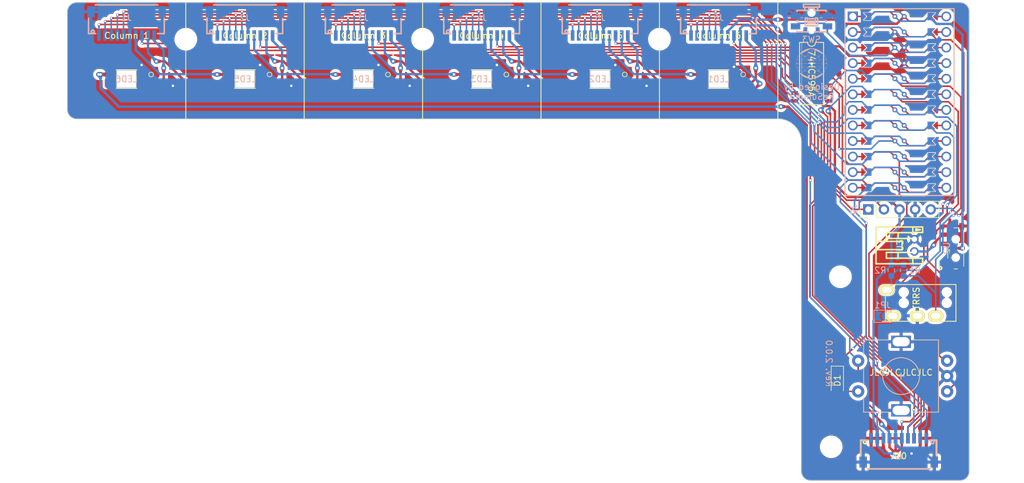
<source format=kicad_pcb>
(kicad_pcb (version 20240108) (generator "pcbnew") (generator_version "8.0")
  (layers (0 "F.Cu" signal) (31 "B.Cu" signal) (34 "B.Paste" user) (35 "F.Paste" user) (36 "B.SilkS" user "B.Silkscreen") (37 "F.SilkS" user "F.Silkscreen") (38 "B.Mask" user) (39 "F.Mask" user) (44 "Edge.Cuts" user))
  (net 0 "")
  (net 1 "GND")
  (net 2 "/Row1")
  (net 3 "/Row2")
  (net 4 "/Row3")
  (net 5 "/Row4")
  (net 6 "/V+")
  (net 7 "SCL")
  (net 8 "SDA")
  (net 9 "/RGB_In1")
  (net 10 "/Col_In1")
  (net 11 "/Col_In2")
  (net 12 "/Col_In3")
  (net 13 "/Col_In4")
  (net 14 "/Col_In5")
  (net 15 "/Col_In6")
  (net 16 "/V_bat")
  (net 17 "RESET")
  (net 18 "ENCA")
  (net 19 "ENCB")
  (net 20 "/RGB_In2")
  (net 21 "/RGB_In3")
  (net 22 "/RGB_In4")
  (net 23 "/RGB_In5")
  (net 24 "/RGB_In6")
  (net 25 "Net-(JP1-A)")
  (net 26 "/Row5")
  (net 27 "Net-(D1-A)")
  (net 28 "CS")
  (net 29 "/RGB_In7")
  (net 30 "/Col_InT")
  (net 32 "/RGB_Out7")
  (net 33 "/RGB_Out1")
  (net 34 "/RGB_Out2")
  (net 35 "/RGB_Out3")
  (net 36 "/RGB_Out4")
  (net 37 "/RGB_Out5")
  (net 38 "/RGB_Out6")
  (net 41 "SCLK")
  (net 42 "MOSI")
  (net 43 "CS_KEYS")
  (net 44 "TX")
  (net 45 "RX")
  (net 46 "IOB3")
  (net 47 "IOB5")
  (net 48 "/V_conn")
  (footprint "Seismos-libs:RotaryEncoder_Alps_EC11E-Switch_Vertical_H20mm-keebio_modified" (layer "F.Cu") (at 165.89 80.96 180)
    (property "Reference" "SW1" (hide yes))
    (property "Value" "RotaryEncoder_Switch")
  )
  (footprint "Seismos-libs:MJ-4PP-9" (layer "F.Cu") (at 174.83 69.025 -90)
    (property "Reference" "J8")
    (property "Value" "MJ-4PP-9-Lily58" (hide yes))
  )
  (footprint "Seismos-libs:SK6812-E" (layer "F.Cu") (at 39.65 32.5 180)
    (property "Reference" "LED6")
    (property "Value" "SK6812-E" (hide yes))
    (fp_rect (start 1.6256 -1.4224) (end -1.5748 1.4224) (stroke (width 0.12)) (fill none) (layer "Edge.Cuts"))
  )
  (footprint "Seismos-libs:SK6812-E" (layer "F.Cu") (at 136.15 32.5 180)
    (property "Reference" "LED1")
    (property "Value" "SK6812-E")
    (fp_rect (start 1.6256 -1.4224) (end -1.5748 1.4224) (stroke (width 0.12)) (fill none) (layer "Edge.Cuts"))
  )
  (footprint "Seismos-libs:SK6812-E" (layer "F.Cu") (at 97.55 32.5 180)
    (property "Reference" "LED3")
    (property "Value" "SK6812-E")
    (fp_rect (start 1.6256 -1.4224) (end -1.5748 1.4224) (stroke (width 0.12)) (fill none) (layer "Edge.Cuts"))
  )
  (footprint "Seismos-libs:SK6812-E" (layer "F.Cu") (at 78.25 32.5 180)
    (property "Reference" "LED4")
    (property "Value" "SK6812-E")
    (fp_rect (start 1.6256 -1.4224) (end -1.5748 1.4224) (stroke (width 0.12)) (fill none) (layer "Edge.Cuts"))
  )
  (footprint "Seismos-libs:Hole_M3_3.2mm" (layer "F.Cu") (at 156 64.75)
    (property "Reference" "")
    (property "Value" "Hole_M3_3.2mm")
  )
  (footprint "Seismos-libs:Hole_M3_3.2mm" (layer "F.Cu") (at 87.9 26)
    (property "Reference" "2")
    (property "Value" "Hole_M3_3.2mm")
  )
  (footprint "Connector_PinHeader_2.54mm:PinHeader_1x05_P2.54mm_Vertical" (layer "F.Cu") (at 160.556 53.766 90)
    (property "Reference" "J9")
    (property "Value" "Conn_01x05_Pin")
  )
  (footprint "Seismos-libs:CONN-SMD_10P-P1.00_SM10B-SRSS-TB-LF-SN" (layer "F.Cu") (at 165.5 95)
    (property "Reference" "J10")
    (property "Value" "SM10B-SRSS-TB_(LF)(SN)")
  )
  (footprint "Seismos-libs:SW_PCM12SMTR" (layer "F.Cu") (at 174.8 60.132 90)
    (property "Reference" "U2")
    (property "Value" "MSK-12C02_SMD_SPDT_SWITCH")
  )
  (footprint "Seismos-libs:Hole_M3_3.2mm" (layer "F.Cu") (at 49.3 26)
    (property "Reference" "")
    (property "Value" "Hole_M3_3.2mm")
  )
  (footprint "Seismos-libs:CONN-TH_S2B-PH-K-S-GW" (layer "F.Cu") (at 168.0505 59.632 90)
    (property "Reference" "U3")
    (property "Value" "S2B-PH-K-S-GW")
  )
  (footprint "Seismos-libs:Hole_M3_3.2mm" (layer "F.Cu") (at 126.5 26)
    (property "Reference" "4")
    (property "Value" "Hole_M3_3.2mm")
  )
  (footprint "Seismos-libs:keebRev-onesided_ProMicro" (layer "F.Cu") (at 165.636 36.256 -90)
    (property "Reference" "U1" (hide yes))
    (property "Value" "ProMicro_Layout")
  )
  (footprint "Seismos-libs:SK6812-E" (layer "F.Cu") (at 116.85 32.5 180)
    (property "Reference" "LED2")
    (property "Value" "SK6812-E")
    (fp_rect (start 1.6256 -1.4224) (end -1.5748 1.4224) (stroke (width 0.12)) (fill none) (layer "Edge.Cuts"))
  )
  (footprint "Seismos-libs:Hole_M3_3.2mm" (layer "F.Cu") (at 154.5 92.5)
    (property "Reference" "")
    (property "Value" "Hole_M3_3.2mm")
  )
  (footprint "Diode_SMD:D_SOD-123" (layer "F.Cu") (at 155.5 81.7 -90)
    (property "Reference" "D1")
    (property "Value" "1N4148W")
  )
  (footprint "Seismos-libs:SK6812-E" (layer "F.Cu") (at 58.95 32.5 180)
    (property "Reference" "LED5")
    (property "Value" "SK6812-E")
    (fp_rect (start 1.6256 -1.4224) (end -1.5748 1.4224) (stroke (width 0.12)) (fill none) (layer "Edge.Cuts"))
  )
  (footprint "Seismos-libs:SO16" (layer "F.Cu") (at 151.3 31.6 -90)
    (property "Reference" "IC1" (hide yes))
    (property "Value" "74HC595")
  )
  (footprint "Jumper:SolderJumper-2_P1.3mm_Open_TrianglePad1.0x1.5mm" (layer "B.Cu") (at 162.875 71.2 180)
    (property "Reference" "JP1")
    (property "Value" "Jumper_2_Open")
  )
  (footprint "Seismos-libs:CONN-SMD_10P-P1.00_SM10B-SRSS-TB-LF-SN" (layer "B.Cu") (at 39.65 21.5)
    (property "Reference" "J1")
    (property "Value" "SM010B-SRSS-TB(LF)(SN)")
  )
  (footprint "Resistor_SMD:R_0603_1608Metric_Pad0.98x0.95mm_HandSolder" (layer "B.Cu") (at 166.3 63.7 -90)
    (property "Reference" "R1")
    (property "Value" "R")
  )
  (footprint "Seismos-libs:CONN-SMD_10P-P1.00_SM10B-SRSS-TB-LF-SN" (layer "B.Cu") (at 58.95 21.5)
    (property "Reference" "J2")
    (property "Value" "SM010B-SRSS-TB(LF)(SN)")
  )
  (footprint "Seismos-libs:SW-SMD_EVQPUD02K" (layer "B.Cu") (at 151.2875 23.0495 90)
    (property "Reference" "SW3")
    (property "Value" "EVQPUC02K")
  )
  (footprint "Seismos-libs:CONN-SMD_10P-P1.00_SM10B-SRSS-TB-LF-SN" (layer "B.Cu") (at 136.15 21.5)
    (property "Reference" "J6")
    (property "Value" "SM010B-SRSS-TB(LF)(SN)")
  )
  (footprint "Seismos-libs:ReSummit_Logo" (layer "B.Cu") (at 151.3 29.975 180)
    (property "Reference" "G***" (hide yes))
    (property "Value" "LOGO" (hide yes))
  )
  (footprint "Seismos-libs:CONN-SMD_10P-P1.00_SM10B-SRSS-TB-LF-SN" (layer "B.Cu") (at 165.5 95 180)
    (property "Reference" "J7")
    (property "Value" "SM10B-SRSS-TB_(LF)(SN)")
  )
  (footprint "Seismos-libs:CONN-SMD_10P-P1.00_SM10B-SRSS-TB-LF-SN" (layer "B.Cu") (at 97.55 21.5)
    (property "Reference" "J4")
    (property "Value" "SM010B-SRSS-TB(LF)(SN)")
  )
  (footprint "Seismos-libs:CONN-SMD_10P-P1.00_SM10B-SRSS-TB-LF-SN" (layer "B.Cu") (at 78.25 21.5)
    (property "Reference" "J3")
    (property "Value" "SM010B-SRSS-TB(LF)(SN)")
  )
  (footprint "Resistor_SMD:R_0603_1608Metric_Pad0.98x0.95mm_HandSolder" (layer "B.Cu") (at 164.3 63.7 -90)
    (property "Reference" "R2")
    (property "Value" "R")
  )
  (footprint "Seismos-libs:CONN-SMD_10P-P1.00_SM10B-SRSS-TB-LF-SN" (layer "B.Cu") (at 116.85 21.5)
    (property "Reference" "J5")
    (property "Value" "SM010B-SRSS-TB(LF)(SN)")
  )
  (gr_line (start 87.9 20) (end 87.9 39) (stroke (width 0.15)) (layer "F.SilkS"))
  (gr_line (start 107.2 20) (end 107.2 39) (stroke (width 0.15)) (layer "F.SilkS"))
  (gr_line (start 49.3 20) (end 49.3 39) (stroke (width 0.15)) (layer "F.SilkS"))
  (gr_line (start 126.5 20) (end 126.5 39) (stroke (width 0.15)) (layer "F.SilkS"))
  (gr_line (start 145.8 20) (end 145.8 39) (stroke (width 0.15)) (layer "F.SilkS"))
  (gr_line (start 68.6 20) (end 68.6 39) (stroke (width 0.15)) (layer "F.SilkS"))
  (gr_line (start 151.134 98) (end 175.5 98) (stroke (width 0.1)) (layer "Edge.Cuts"))
  (gr_arc (start 175.5 20) (mid 176.56066 20.43934) (end 177 21.5) (stroke (width 0.1)) (layer "Edge.Cuts"))
  (gr_line (start 149.634 42.81) (end 149.634 96.5) (stroke (width 0.1)) (layer "Edge.Cuts"))
  (gr_arc (start 151.134 98) (mid 150.07334 97.56066) (end 149.634 96.5) (stroke (width 0.1)) (layer "Edge.Cuts"))
  (gr_line (start 31.5 39) (end 145.824 39) (stroke (width 0.1)) (layer "Edge.Cuts"))
  (gr_arc (start 31.5 39) (mid 30.43934 38.56066) (end 30 37.5) (stroke (width 0.1)) (layer "Edge.Cuts"))
  (gr_arc (start 30 21.5) (mid 30.43934 20.43934) (end 31.5 20) (stroke (width 0.1)) (layer "Edge.Cuts"))
  (gr_line (start 177 21.5) (end 177 96.5) (stroke (width 0.1)) (layer "Edge.Cuts"))
  (gr_arc (start 177 96.5) (mid 176.56066 97.56066) (end 175.5 98) (stroke (width 0.1)) (layer "Edge.Cuts"))
  (gr_arc (start 145.824 39) (mid 148.518077 40.115923) (end 149.634 42.81) (stroke (width 0.1)) (layer "Edge.Cuts"))
  (gr_line (start 175.5 20) (end 31.5 20) (stroke (width 0.1)) (layer "Edge.Cuts"))
  (gr_line (start 30 21.5) (end 30 37.5) (stroke (width 0.1)) (layer "Edge.Cuts"))
  (gr_text "Designed by\nReSummit" (at 151.325 35.95 0) (layer "B.SilkS") (effects (font (size 1 1)) (justify bottom mirror)))
  (gr_text "Rev. 2.0.0" (at 153.55 78.9 270) (layer "B.SilkS") (effects (font (size 1 1)) (justify bottom mirror)))
  (gr_text "JLCJLCJLCJLC" (at 165.89 80.96 0) (layer "F.SilkS") (effects (font (size 1 1)) (justify bottom)))
  (gr_text "Column 4" (at 97.55 26 0) (layer "F.SilkS") (effects (font (size 1 1)) (justify bottom)))
  (gr_text "Column 2" (at 58.95 26 0) (layer "F.SilkS") (effects (font (size 1 1)) (justify bottom)))
  (gr_text "Column 6" (at 136.15 26 0) (layer "F.SilkS") (effects (font (size 1 1)) (justify bottom)))
  (gr_text "Column 3" (at 78.25 26 0) (layer "F.SilkS") (effects (font (size 1 1)) (justify bottom)))
  (gr_text "Column 1" (at 39.65 26 0) (layer "F.SilkS") (effects (font (size 1 1)) (justify bottom)))
  (gr_text "Column 5" (at 116.85 26 0) (layer "F.SilkS") (effects (font (size 1 1)) (justify bottom)))
  (segment (start 80.7 30.2) (end 80.7519 30.2519) (width 0.381) (layer "F.Cu") (net 1))
  (segment (start 119.3519 30.2519) (end 119.3519 31.7507) (width 0.381) (layer "F.Cu") (net 1))
  (segment (start 100 30.2) (end 100.0519 30.2519) (width 0.381) (layer "F.Cu") (net 1))
  (segment (start 166.398 29.906) (end 166.398 27.366) (width 0.381) (layer "F.Cu") (net 1))
  (segment (start 42.1 30.2) (end 42.1519 30.2519) (width 0.381) (layer "F.Cu") (net 1))
  (segment (start 119.3 30.2) (end 119.3519 30.2519) (width 0.381) (layer "F.Cu") (net 1))
  (segment (start 138.6519 30.5) (end 138.6519 31.7507) (width 0.381) (layer "F.Cu") (net 1))
  (segment (start 173.835 56.482) (end 175.765 56.482) (width 0.381) (layer "F.Cu") (net 1))
  (segment (start 61.4519 30.2519) (end 61.4519 31.7507) (width 0.381) (layer "F.Cu") (net 1))
  (segment (start 173.835 63.782) (end 175.765 63.782) (width 0.381) (layer "F.Cu") (net 1))
  (segment (start 42.1519 30.2519) (end 42.1519 31.7507) (width 0.381) (layer "F.Cu") (net 1))
  (segment (start 80.7519 30.2519) (end 80.7519 31.7507) (width 0.381) (layer "F.Cu") (net 1))
  (segment (start 100.0519 30.2519) (end 100.0519 31.7507) (width 0.381) (layer "F.Cu") (net 1))
  (segment (start 61.4 30.2) (end 61.4519 30.2519) (width 0.381) (layer "F.Cu") (net 1))
  (via (at 167.6 93.6) (size 0.8) (drill 0.4) (layers "F.Cu" "B.Cu") (net 1))
  (via (at 61.4 30.2) (size 0.8) (drill 0.4) (layers "F.Cu" "B.Cu") (net 1))
  (via (at 66.5 33.6) (size 0.8) (drill 0.4) (layers "F.Cu" "B.Cu") (net 1))
  (via (at 80.7 30.2) (size 0.8) (drill 0.4) (layers "F.Cu" "B.Cu") (net 1))
  (via (at 124.4 33.6) (size 0.8) (drill 0.4) (layers "F.Cu" "B.Cu") (net 1))
  (via (at 138.6519 30.5) (size 0.8) (drill 0.4) (layers "F.Cu" "B.Cu") (net 1))
  (via (at 100 30.2) (size 0.8) (drill 0.4) (layers "F.Cu" "B.Cu") (net 1))
  (via (at 85.8 33.6) (size 0.8) (drill 0.4) (layers "F.Cu" "B.Cu") (net 1))
  (via (at 119.3 30.2) (size 0.8) (drill 0.4) (layers "F.Cu" "B.Cu") (net 1))
  (via (at 105.1 33.6) (size 0.8) (drill 0.4) (layers "F.Cu" "B.Cu") (net 1))
  (via (at 47.2 33.6) (size 0.8) (drill 0.4) (layers "F.Cu" "B.Cu") (net 1))
  (via (at 151.3 30) (size 0.8) (drill 0.4) (layers "F.Cu" "B.Cu") (net 1))
  (via (at 42.1 30.2) (size 0.8) (drill 0.4) (layers "F.Cu" "B.Cu") (net 1))
  (segment (start 147.978 21.51) (end 147.988 21.5) (width 0.381) (layer "B.Cu") (net 1))
  (segment (start 140 20.9) (end 141.34 20.9) (width 0.381) (layer "B.Cu") (net 1))
  (segment (start 33.85 21.51) (end 34.46 20.9) (width 0.381) (layer "B.Cu") (net 1))
  (segment (start 98.05 24.25) (end 101.4 20.9) (width 0.381) (layer "B.Cu") (net 1))
  (segment (start 156.2 25.1) (end 157.2 26.1) (width 0.381) (layer "B.Cu") (net 1))
  (segment (start 98.05 28.25) (end 98.05 25.385) (width 0.381) (layer "B.Cu") (net 1))
  (segment (start 43.785 20.9) (end 44.7 20.9) (width 0.381) (layer "B.Cu") (net 1))
  (segment (start 42.1 30.2) (end 40.15 28.25) (width 0.381) (layer "B.Cu") (net 1))
  (segment (start 149.1875 22.6995) (end 153.3875 22.6995) (width 0.381) (layer "B.Cu") (net 1))
  (segment (start 157.2 26.1) (end 163.6 26.1) (width 0.381) (layer "B.Cu") (net 1))
  (segment (start 117.35 25.385) (end 117.35 24.25) (width 0.381) (layer "B.Cu") (net 1))
  (segment (start 168.96 92.65) (end 171.3 94.99) (width 0.381) (layer "B.Cu") (net 1))
  (segment (start 153.8875 22.1995) (end 154.6625 22.1995) (width 0.381) (layer "B.Cu") (net 1))
  (segment (start 59.45 24.25) (end 62.8 20.9) (width 0.381) (layer "B.Cu") (net 1))
  (segment (start 153.3875 22.6995) (end 153.8875 22.1995) (width 0.381) (layer "B.Cu") (net 1))
  (segment (start 40.15 24.535) (end 43.785 20.9) (width 0.381) (layer "B.Cu") (net 1))
  (segment (start 173.39 80.96) (end 171.3 83.05) (width 0.381) (layer "B.Cu") (net 1))
  (segment (start 40.15 24.25) (end 43.5 20.9) (width 0.381) (layer "B.Cu") (net 1))
  (segment (start 163.6 26.1) (end 164.874 24.826) (width 0.381) (layer "B.Cu") (net 1))
  (segment (start 147.988 21.5) (end 148.6875 22.1995) (width 0.381) (layer "B.Cu") (net 1))
  (segment (start 34.46 20.9) (end 44.7 20.9) (width 0.381) (layer "B.Cu") (net 1))
  (segment (start 117.35 24.25) (end 120.7 20.9) (width 0.381) (layer "B.Cu") (net 1))
  (segment (start 78.75 25.385) (end 78.75 24.25) (width 0.381) (layer "B.Cu") (net 1))
  (segment (start 136.65 28.4981) (end 136.65 25.385) (width 0.381) (layer "B.Cu") (net 1))
  (segment (start 59.45 28.25) (end 59.45 25.385) (width 0.381) (layer "B.Cu") (net 1))
  (segment (start 141.34 20.9) (end 141.95 21.51) (width 0.381) (layer "B.Cu") (net 1))
  (segment (start 148.6875 22.1995) (end 149.1875 22.6995) (width 0.381) (layer "B.Cu") (net 1))
  (segment (start 136.65 25.385) (end 136.65 24.25) (width 0.381) (layer "B.Cu") (net 1))
  (segment (start 165 91.115) (end 165 91.965) (width 0.381) (layer "B.Cu") (net 1))
  (segment (start 141.95 21.51) (end 147.978 21.51) (width 0.381) (layer "B.Cu") (net 1))
  (segment (start 40.15 25.385) (end 40.15 24.25) (width 0.381) (layer "B.Cu") (net 1))
  (segment (start 44.7 20.9) (end 140 20.9) (width 0.381) (layer "B.Cu") (net 1))
  (segment (start 138.6519 30.5) (end 136.65 28.4981) (width 0.381) (layer "B.Cu") (net 1))
  (segment (start 119.3 30.2) (end 117.35 28.25) (width 0.381) (layer "B.Cu") (net 1))
  (segment (start 40.15 25.385) (end 40.15 24.535) (width 0.381) (layer "B.Cu") (net 1))
  (segment (start 154.6625 22.1995) (end 156.2 23.737) (width 0.381) (layer "B.Cu") (net 1))
  (segment (start 171.3 83.05) (end 171.3 94.99) (width 0.381) (layer "B.Cu") (net 1))
  (segment (start 165 91.965) (end 165.685 92.65) (width 0.381) (layer "B.Cu") (net 1))
  (segment (start 156.2 23.737) (end 156.2 25.1) (width 0.381) (layer "B.Cu") (net 1))
  (segment (start 159.7 94.99) (end 171.3 94.99) (width 0.381) (layer "B.Cu") (net 1))
  (segment (start 117.35 28.25) (end 117.35 25.385) (width 0.381) (layer "B.Cu") (net 1))
  (segment (start 59.45 25.385) (end 59.45 24.25) (width 0.381) (layer "B.Cu") (net 1))
  (segment (start 98.05 25.385) (end 98.05 24.25) (width 0.381) (layer "B.Cu") (net 1))
  (segment (start 61.4 30.2) (end 59.45 28.25) (width 0.381) (layer "B.Cu") (net 1))
  (segment (start 165.685 92.65) (end 168.96 92.65) (width 0.381) (layer "B.Cu") (net 1))
  (segment (start 80.7 30.2) (end 78.75 28.25) (width 0.381) (layer "B.Cu") (net 1))
  (segment (start 78.75 28.25) (end 78.75 25.385) (width 0.381) (layer "B.Cu") (net 1))
  (segment (start 136.65 24.25) (end 140 20.9) (width 0.381) (layer "B.Cu") (net 1))
  (segment (start 100 30.2) (end 98.05 28.25) (width 0.381) (layer "B.Cu") (net 1))
  (segment (start 40.15 28.25) (end 40.15 25.385) (width 0.381) (layer "B.Cu") (net 1))
  (segment (start 78.75 24.25) (end 82.1 20.9) (width 0.381) (layer "B.Cu") (net 1))
  (segment (start 152.3795 53.6205) (end 153.354 52.646) (width 0.254) (layer "F.Cu") (net 2))
  (segment (start 97.05 21.49) (end 77.75 21.49) (width 0.254) (layer "F.Cu") (net 2))
  (segment (start 153.354 52.646) (end 153.354 39.181178) (width 0.254) (layer "F.Cu") (net 2))
  (segment (start 152.3795 67.453344) (end 152.3795 53.6205) (width 0.254) (layer "F.Cu") (net 2))
  (segment (start 166 88.4) (end 167.304 88.4) (width 0.254) (layer "F.Cu") (net 2))
  (segment (start 168.7 87.004) (end 168.7 83.773844) (width 0.254) (layer "F.Cu") (net 2))
  (segment (start 141.79 21.49) (end 135.65 21.49) (width 0.254) (layer "F.Cu") (net 2))
  (segment (start 167.304 88.4) (end 168.7 87.004) (width 0.254) (layer "F.Cu") (net 2))
  (segment (start 153.354 39.181178) (end 152.436411 38.263589) (width 0.254) (layer "F.Cu") (net 2))
  (segment (start 135.65 21.49) (end 116.35 21.49) (width 0.254) (layer "F.Cu") (net 2))
  (segment (start 147 26.7) (end 141.79 21.49) (width 0.254) (layer "F.Cu") (net 2))
  (segment (start 58.45 21.49) (end 39.15 21.49) (width 0.254) (layer "F.Cu") (net 2))
  (segment (start 77.75 21.49) (end 58.45 21.49) (width 0.254) (layer "F.Cu") (net 2))
  (segment (start 116.35 21.49) (end 97.05 21.49) (width 0.254) (layer "F.Cu") (net 2))
  (segment (start 168.7 83.773844) (end 152.3795 67.453344) (width 0.254) (layer "F.Cu") (net 2))
  (via (at 97.05 21.49) (size 0.4) (drill 0.3) (layers "F.Cu" "B.Cu") (net 2))
  (via (at 152.436411 38.263589) (size 0.4) (drill 0.3) (layers "F.Cu" "B.Cu") (net 2))
  (via (at 77.75 21.49) (size 0.4) (drill 0.3) (layers "F.Cu" "B.Cu") (net 2))
  (via (at 39.15 21.49) (size 0.4) (drill 0.3) (layers "F.Cu" "B.Cu") (net 2))
  (via (at 58.45 21.49) (size 0.4) (drill 0.3) (layers "F.Cu" "B.Cu") (net 2))
  (via (at 135.65 21.49) (size 0.4) (drill 0.3) (layers "F.Cu" "B.Cu") (net 2))
  (via (at 166 88.4) (size 0.4) (drill 0.3) (layers "F.Cu" "B.Cu") (net 2))
  (via (at 116.35 21.49) (size 0.4) (drill 0.3) (layers "F.Cu" "B.Cu") (net 2))
  (via (at 147 26.7) (size 0.4) (drill 0.3) (layers "F.Cu" "B.Cu") (net 2))
  (segment (start 116.35 25.385) (end 116.35 21.49) (width 0.254) (layer "B.Cu") (net 2))
  (segment (start 39.15 25.385) (end 39.15 21.49) (width 0.254) (layer "B.Cu") (net 2))
  (segment (start 147 32.8) (end 147 26.7) (width 0.254) (layer "B.Cu") (net 2))
  (segment (start 157.4 36.2) (end 159.484 36.2) (width 0.254) (layer "B.Cu") (net 2))
  (segment (start 77.75 25.385) (end 77.75 21.49) (width 0.254) (layer "B.Cu") (net 2))
  (segment (start 156.7 38.2) (end 156.7 36.9) (width 0.254) (layer "B.Cu") (net 2))
  (segment (start 153.672822 39.5) (end 155.4 39.5) (width 0.254) (layer "B.Cu") (net 2))
  (segment (start 155.4 39.5) (end 156.7 38.2) (width 0.254) (layer "B.Cu") (net 2))
  (segment (start 166 91.115) (end 166 88.4) (width 0.254) (layer "B.Cu") (net 2))
  (segment (start 152.436411 38.263589) (end 152.436411 38.236411) (width 0.254) (layer "B.Cu") (net 2))
  (segment (start 156.7 36.9) (end 157.4 36.2) (width 0.254) (layer "B.Cu") (net 2))
  (segment (start 152.436411 38.236411) (end 147 32.8) (width 0.254) (layer "B.Cu") (net 2))
  (segment (start 135.65 25.385) (end 135.65 21.49) (width 0.254) (layer "B.Cu") (net 2))
  (segment (start 58.45 25.385) (end 58.45 21.49) (width 0.254) (layer "B.Cu") (net 2))
  (segment (start 97.05 25.385) (end 97.05 21.49) (width 0.254) (layer "B.Cu") (net 2))
  (segment (start 159.484 36.2) (end 160.81 37.526) (width 0.254) (layer "B.Cu") (net 2))
  (segment (start 152.436411 38.263589) (end 153.672822 39.5) (width 0.254) (layer "B.Cu") (net 2))
  (segment (start 146.277708 26.722292) (end 146.277708 26.677708) (width 0.254) (layer "F.Cu") (net 3))
  (segment (start 152.9 52.457948) (end 152.9 39.471762) (width 0.254) (layer "F.Cu") (net 3))
  (segment (start 168.046 86.397438) (end 168.046 83.761896) (width 0.254) (layer "F.Cu") (net 3))
  (segment (start 152.9 39.471762) (end 152.464119 39.035881) (width 0.254) (layer "F.Cu") (net 3))
  (segment (start 151.9255 67.641397) (end 151.9255 53.432448) (width 0.254) (layer "F.Cu") (net 3))
  (segment (start 96.05 22.0165) (end 76.75 22.0165) (width 0.254) (layer "F.Cu") (net 3))
  (segment (start 146.277708 26.677708) (end 141.6165 22.0165) (width 0.254) (layer "F.Cu") (net 3))
  (segment (start 115.35 22.0165) (end 96.05 22.0165) (width 0.254) (layer "F.Cu") (net 3))
  (segment (start 168.046 83.761896) (end 151.9255 67.641397) (width 0.254) (layer "F.Cu") (net 3))
  (segment (start 167.9735 86.469938) (end 168.046 86.397438) (width 0.254) (layer "F.Cu") (net 3))
  (segment (start 141.6165 22.0165) (end 134.65 22.0165) (width 0.254) (layer "F.Cu") (net 3))
  (segment (start 76.75 22.0165) (end 57.45 22.0165) (width 0.254) (layer "F.Cu") (net 3))
  (segment (start 151.9255 53.432448) (end 152.9 52.457948) (width 0.254) (layer "F.Cu") (net 3))
  (segment (start 57.45 22.0165) (end 38.15 22.0165) (width 0.254) (layer "F.Cu") (net 3))
  (segment (start 134.65 22.0165) (end 115.35 22.0165) (width 0.254) (layer "F.Cu") (net 3))
  (via (at 115.35 22.0165) (size 0.4) (drill 0.3) (layers "F.Cu" "B.Cu") (net 3))
  (via (at 152.464119 39.035881) (size 0.4) (drill 0.3) (layers "F.Cu" "B.Cu") (net 3))
  (via (at 96.05 22.0165) (size 0.4) (drill 0.3) (layers "F.Cu" "B.Cu") (net 3))
  (via (at 57.45 22.0165) (size 0.4) (drill 0.3) (layers "F.Cu" "B.Cu") (net 3))
  (via (at 38.15 22.0165) (size 0.4) (drill 0.3) (layers "F.Cu" "B.Cu") (net 3))
  (via (at 134.65 22.0165) (size 0.4) (drill 0.3) (layers "F.Cu" "B.Cu") (net 3))
  (via (at 146.277708 26.722292) (size 0.4) (drill 0.3) (layers "F.Cu" "B.Cu") (net 3))
  (via (at 167.9735 86.469938) (size 0.4) (drill 0.3) (layers "F.Cu" "B.Cu") (net 3))
  (via (at 76.75 22.0165) (size 0.4) (drill 0.3) (layers "F.Cu" "B.Cu") (net 3))
  (segment (start 153.828238 40.4) (end 155.794091 40.4) (width 0.254) (layer "B.Cu") (net 3))
  (segment (start 167 89.2) (end 167 91.115) (width 0.254) (layer "B.Cu") (net 3))
  (segment (start 115.35 25.385) (end 115.35 22.0165) (width 0.254) (layer "B.Cu") (net 3))
  (segment (start 134.65 25.385) (end 134.65 22.0165) (width 0.254) (layer "B.Cu") (net 3))
  (segment (start 167.9735 86.469938) (end 167.9735 88.2265) (width 0.254) (layer "B.Cu") (net 3))
  (segment (start 159.683 38.939) (end 160.81 40.066) (width 0.254) (layer "B.Cu") (net 3))
  (segment (start 167.9735 88.2265) (end 167 89.2) (width 0.254) (layer "B.Cu") (net 3))
  (segment (start 57.45 25.385) (end 57.45 22.0165) (width 0.254) (layer "B.Cu") (net 3))
  (segment (start 152.464119 39.035881) (end 153.828238 40.4) (width 0.254) (layer "B.Cu") (net 3))
  (segment (start 96.05 25.385) (end 96.05 22.0165) (width 0.254) (layer "B.Cu") (net 3))
  (segment (start 146.277708 32.84947) (end 146.277708 26.722292) (width 0.254) (layer "B.Cu") (net 3))
  (segment (start 152.464119 39.035881) (end 146.277708 32.84947) (width 0.254) (layer "B.Cu") (net 3))
  (segment (start 157.255091 38.939) (end 159.683 38.939) (width 0.254) (layer "B.Cu") (net 3))
  (segment (start 155.794091 40.4) (end 157.255091 38.939) (width 0.254) (layer "B.Cu") (net 3))
  (segment (start 38.15 25.385) (end 38.15 22.0165) (width 0.254) (layer "B.Cu") (net 3))
  (segment (start 76.75 25.385) (end 76.75 22.0165) (width 0.254) (layer "B.Cu") (net 3))
  (segment (start 145.552708 26.697292) (end 141.398416 22.543) (width 0.254) (layer "F.Cu") (net 4))
  (segment (start 75.75 22.543) (end 56.45 22.543) (width 0.254) (layer "F.Cu") (net 4))
  (segment (start 133.65 22.543) (end 114.35 22.543) (width 0.254) (layer "F.Cu") (net 4))
  (segment (start 141.398416 22.543) (end 133.65 22.543) (width 0.254) (layer "F.Cu") (net 4))
  (segment (start 151.4715 67.829449) (end 162.015369 78.373318) (width 0.254) (layer "F.Cu") (net 4))
  (segment (start 151.4715 53.244396) (end 151.4715 67.829449) (width 0.254) (layer "F.Cu") (net 4))
  (segment (start 152.346 52.369896) (end 151.4715 53.244396) (width 0.254) (layer "F.Cu") (net 4))
  (segment (start 152.346 39.718847) (end 152.346 52.369896) (width 0.254) (layer "F.Cu") (net 4))
  (segment (start 152.373897 39.69095) (end 152.346 39.718847) (width 0.254) (layer "F.Cu") (net 4))
  (segment (start 114.35 22.543) (end 95.05 22.543) (width 0.254) (layer "F.Cu") (net 4))
  (segment (start 56.45 22.543) (end 37.15 22.543) (width 0.254) (layer "F.Cu") (net 4))
  (segment (start 162.015369 78.373318) (end 162.015369 78.47585) (width 0.254) (layer "F.Cu") (net 4))
  (segment (start 95.05 22.543) (end 75.75 22.543) (width 0.254) (layer "F.Cu") (net 4))
  (via (at 133.65 22.543) (size 0.4) (drill 0.3) (layers "F.Cu" "B.Cu") (net 4))
  (via (at 152.373897 39.69095) (size 0.4) (drill 0.3) (layers "F.Cu" "B.Cu") (net 4))
  (via (at 95.05 22.543) (size 0.4) (drill 0.3) (layers "F.Cu" "B.Cu") (net 4))
  (via (at 145.552708 26.697292) (size 0.4) (drill 0.3) (layers "F.Cu" "B.Cu") (net 4))
  (via (at 56.45 22.543) (size 0.4) (drill 0.3) (layers "F.Cu" "B.Cu") (net 4))
  (via (at 162.015369 78.47585) (size 0.4) (drill 0.3) (layers "F.Cu" "B.Cu") (net 4))
  (via (at 114.35 22.543) (size 0.4) (drill 0.3) (layers "F.Cu" "B.Cu") (net 4))
  (via (at 75.75 22.543) (size 0.4) (drill 0.3) (layers "F.Cu" "B.Cu") (net 4))
  (via (at 37.15 22.543) (size 0.4) (drill 0.3) (layers "F.Cu" "B.Cu") (net 4))
  (segment (start 154.013366 41.330419) (end 159.534419 41.330419) (width 0.254) (layer "B.Cu") (net 4))
  (segment (start 95.05 22.543) (end 95.05 25.385) (width 0.254) (layer "B.Cu") (net 4))
  (segment (start 152.314185 39.630531) (end 145.543738 32.860084) (width 0.254) (layer "B.Cu") (net 4))
  (segment (start 145.543738 26.706262) (end 145.552708 26.697292) (width 0.254) (layer "B.Cu") (net 4))
  (segment (start 169.15 86.745291) (end 169.15 88.55) (width 0.254) (layer "B.Cu") (net 4))
  (segment (start 75.75 22.543) (end 75.75 25.385) (width 0.254) (layer "B.Cu") (net 4))
  (segment (start 37.15 22.543) (end 37.15 25.385) (width 0.254) (layer "B.Cu") (net 4))
  (segment (start 169.15 88.55) (end 168 89.7) (width 0.254) (layer "B.Cu") (net 4))
  (segment (start 114.35 22.543) (end 114.35 25.385) (width 0.254) (layer "B.Cu") (net 4))
  (segment (start 152.314185 39.69095) (end 152.314185 39.630531) (width 0.254) (layer "B.Cu") (net 4))
  (segment (start 162.015369 78.47585) (end 162.015369 79.61066) (width 0.254) (layer "B.Cu") (net 4))
  (segment (start 168 89.7) (end 168 91.115) (width 0.254) (layer "B.Cu") (net 4))
  (segment (start 152.373897 39.69095) (end 154.013366 41.330419) (width 0.254) (layer "B.Cu") (net 4))
  (segment (start 56.45 22.543) (end 56.45 25.385) (width 0.254) (layer "B.Cu") (net 4))
  (segment (start 145.543738 32.860084) (end 145.543738 26.706262) (width 0.254) (layer "B.Cu") (net 4))
  (segment (start 162.015369 79.61066) (end 169.15 86.745291) (width 0.254) (layer "B.Cu") (net 4))
  (segment (start 159.534419 41.330419) (end 160.81 42.606) (width 0.254) (layer "B.Cu") (net 4))
  (segment (start 133.65 22.543) (end 133.65 25.385) (width 0.254) (layer "B.Cu") (net 4))
  (segment (start 152.373897 39.69095) (end 152.314185 39.69095) (width 0.254) (layer "B.Cu") (net 4))
  (segment (start 113.3495 23.07) (end 94.0505 23.07) (width 0.254) (layer "F.Cu") (net 5))
  (segment (start 74.7495 23.07) (end 55.4505 23.07) (width 0.254) (layer "F.Cu") (net 5))
  (segment (start 141.180332 23.0695) (end 132.65 23.0695) (width 0.254) (layer "F.Cu") (net 5))
  (segment (start 151.787185 52.286659) (end 151.787185 39.848822) (width 0.254) (layer "F.Cu") (net 5))
  (segment (start 132.6495 23.07) (end 113.3505 23.07) (width 0.254) (layer "F.Cu") (net 5))
  (segment (start 132.65 23.0695) (end 132.6495 23.07) (width 0.254) (layer "F.Cu") (net 5))
  (segment (start 151.0175 68.017501) (end 151.0175 53.056344) (width 0.254) (layer "F.Cu") (net 5))
  (segment (start 113.3505 23.07) (end 113.35 23.0695) (width 0.254) (layer "F.Cu") (net 5))
  (segment (start 163.46976 79.93024) (end 162.43024 79.93024) (width 0.254) (layer "F.Cu") (net 5))
  (segment (start 161.489503 78.489504) (end 151.0175 68.017501) (width 0.254) (layer "F.Cu") (net 5))
  (segment (start 144.830416 26.719584) (end 141.180332 23.0695) (width 0.254) (layer "F.Cu") (net 5))
  (segment (start 161.489503 78.989503) (end 161.489503 78.489504) (width 0.254) (layer "F.Cu") (net 5))
  (segment (start 151.0175 53.056344) (end 151.787185 52.286659) (width 0.254) (layer "F.Cu") (net 5))
  (segment (start 162.43024 79.93024) (end 161.489503 78.989503) (width 0.254) (layer "F.Cu") (net 5))
  (segment (start 55.4495 23.07) (end 36.1505 23.07) (width 0.254) (layer "F.Cu") (net 5))
  (segment (start 94.0495 23.07) (end 74.7505 23.07) (width 0.254) (layer "F.Cu") (net 5))
  (via (at 151.787185 39.848822) (size 0.4) (drill 0.3) (layers "F.Cu" "B.Cu") (net 5))
  (via (at 94.05 23.0695) (size 0.4) (drill 0.3) (layers "F.Cu" "B.Cu") (net 5))
  (via (at 144.830416 26.719584) (size 0.4) (drill 0.3) (layers "F.Cu" "B.Cu") (net 5))
  (via (at 132.65 23.0695) (size 0.4) (drill 0.3) (layers "F.Cu" "B.Cu") (net 5))
  (via (at 74.75 23.0695) (size 0.4) (drill 0.3) (layers "F.Cu" "B.Cu") (net 5))
  (via (at 55.45 23.0695) (size 0.4) (drill 0.3) (layers "F.Cu" "B.Cu") (net 5))
  (via (at 113.35 23.0695) (size 0.4) (drill 0.3) (layers "F.Cu" "B.Cu") (net 5))
  (via (at 36.15 23.0695) (size 0.4) (drill 0.3) (layers "F.Cu" "B.Cu") (net 5))
  (via (at 163.46976 79.93024) (size 0.4) (drill 0.3) (layers "F.Cu" "B.Cu") (net 5))
  (segment (start 170.05 88.9) (end 169 89.95) (width 0.254) (layer "B.Cu") (net 5))
  (segment (start 169 89.95) (end 169 91.114) (width 0.254) (layer "B.Cu") (net 5))
  (segment (start 132.65 25.386) (end 132.65 23.0695) (width 0.254) (layer "B.Cu") (net 5))
  (segment (start 170.05 86.51048) (end 170.05 88.9) (width 0.254) (layer "B.Cu") (net 5))
  (segment (start 157.069182 46.4) (end 159.556 46.4) (width 0.254) (layer "B.Cu") (net 5))
  (segment (start 159.556 46.4) (end 160.81 45.146) (width 0.254) (layer "B.Cu") (net 5))
  (segment (start 151.714185 41.045003) (end 157.069182 46.4) (width 0.254) (layer "B.Cu") (net 5))
  (segment (start 144.830416 26.719584) (end 144.799323 26.750677) (width 0.254) (layer "B.Cu") (net 5))
  (segment (start 74.75 25.386) (end 74.75 23.0695) (width 0.254) (layer "B.Cu") (net 5))
  (segment (start 36.15 25.386) (end 36.15 23.0695) (width 0.254) (layer "B.Cu") (net 5))
  (segment (start 94.05 25.386) (end 94.05 23.0695) (width 0.254) (layer "B.Cu") (net 5))
  (segment (start 144.799323 32.962973) (end 151.714185 39.877834) (width 0.254) (layer "B.Cu") (net 5))
  (segment (start 163.46976 79.93024) (end 170.05 86.51048) (width 0.254) (layer "B.Cu") (net 5))
  (segment (start 144.799323 26.750677) (end 144.799323 32.962973) (width 0.254) (layer "B.Cu") (net 5))
  (segment (start 151.714185 39.877834) (end 151.714185 41.045003) (width 0.254) (layer "B.Cu") (net 5))
  (segment (start 113.35 25.386) (end 113.35 23.0695) (width 0.254) (layer "B.Cu") (net 5))
  (segment (start 55.45 25.386) (end 55.45 23.0695) (width 0.254) (layer "B.Cu") (net 5))
  (segment (start 95.0481 33.7519) (end 95.0481 33.2493) (width 0.381) (layer "F.Cu") (net 6))
  (segment (start 115.5924 34.9) (end 132.5 34.9) (width 0.381) (layer "F.Cu") (net 6))
  (segment (start 150.575 34.775) (end 149.8 34) (width 0.381) (layer "F.Cu") (net 6))
  (segment (start 74.6 34.9) (end 75.7481 33.7519) (width 0.381) (layer "F.Cu") (net 6))
  (segment (start 159.6195 28.7155) (end 160.81 29.906) (width 0.381) (layer "F.Cu") (net 6))
  (segment (start 75.7481 33.2493) (end 75.7481 33.6557) (width 0.381) (layer "F.Cu") (net 6))
  (segment (start 37.1481 33.2493) (end 37.1481 33.6557) (width 0.381) (layer "F.Cu") (net 6))
  (segment (start 154.1 34.775) (end 150.575 34.775) (width 0.381) (layer "F.Cu") (net 6))
  (segment (start 45.9 29.6) (end 51.2 34.9) (width 0.381) (layer "F.Cu") (net 6))
  (segment (start 155.1 37.727208) (end 154.272792 36.9) (width 0.381) (layer "F.Cu") (net 6))
  (segment (start 155.1 49.626144) (end 155.1 37.727208) (width 0.381) (layer "F.Cu") (net 6))
  (segment (start 166 92.6) (end 166 91.115) (width 0.381) (layer "F.Cu") (net 6))
  (segment (start 65.2 29.6) (end 70.5 34.9) (width 0.381) (layer "F.Cu") (net 6))
  (segment (start 154.1 27.155) (end 155.855 27.155) (width 0.381) (layer "F.Cu") (net 6))
  (segment (start 103.8 29.6) (end 109.1 34.9) (width 0.381) (layer "F.Cu") (net 6))
  (segment (start 56.4481 33.6557) (end 57.6924 34.9) (width 0.381) (layer "F.Cu") (net 6))
  (segment (start 102.4 29.6) (end 103.8 29.6) (width 0.381) (layer "F.Cu") (net 6))
  (segment (start 123.1 29.6) (end 128.4 34.9) (width 0.381) (layer "F.Cu") (net 6))
  (segment (start 75.7481 33.7519) (end 75.7481 33.2493) (width 0.381) (layer "F.Cu") (net 6))
  (segment (start 38.3924 34.9) (end 55.3 34.9) (width 0.381) (layer "F.Cu") (net 6))
  (segment (start 44.5 29.6) (end 45.9 29.6) (width 0.381) (layer "F.Cu") (net 6))
  (segment (start 95.0481 33.2493) (end 95.0481 33.6557) (width 0.381) (layer "F.Cu") (net 6))
  (segment (start 57.6924 34.9) (end 74.6 34.9) (width 0.381) (layer "F.Cu") (net 6))
  (segment (start 133.6481 33.7519) (end 133.6481 33.2493) (width 0.381) (layer "F.Cu") (net 6))
  (segment (start 165 93.6) (end 166 92.6) (width 0.381) (layer "F.Cu") (net 6))
  (segment (start 56.4481 33.7519) (end 56.4481 33.2493) (width 0.381) (layer "F.Cu") (net 6))
  (segment (start 149.8 27.44675) (end 151.8 25.44675) (width 0.381) (layer "F.Cu") (net 6))
  (segment (start 63.8 29.6) (end 65.2 29.6) (width 0.381) (layer "F.Cu") (net 6))
  (segment (start 157.4155 28.7155) (end 159.6195 28.7155) (width 0.381) (layer "F.Cu") (net 6))
  (segment (start 113.2 34.9) (end 114.3481 33.7519) (width 0.381) (layer "F.Cu") (net 6))
  (segment (start 151.149 34.775) (end 153.274 36.9) (width 0.381) (layer "F.Cu") (net 6))
  (segment (start 75.7481 33.6557) (end 76.9924 34.9) (width 0.381) (layer "F.Cu") (net 6))
  (segment (start 56.4481 33.2493) (end 56.4481 33.6557) (width 0.381) (layer "F.Cu") (net 6))
  (segment (start 133.6481 33.6557) (end 134.9924 35) (width 0.381) (layer "F.Cu") (net 6))
  (segment (start 165 93.6) (end 164 92.6) (width 0.381) (layer "F.Cu") (net 6))
  (segment (start 76.9924 34.9) (end 93.9 34.9) (width 0.381) (layer "F.Cu") (net 6))
  (segment (start 141.15 35) (end 142.9 33.25) (width 0.381) (layer "F.Cu") (net 6))
  (segment (start 149.8 34) (end 149.8 27.44675) (width 0.381) (layer "F.Cu") (net 6))
  (segment (start 163.62 51.75) (end 157.223856 51.75) (width 0.381) (layer "F.Cu") (net 6))
  (segment (start 114.3481 33.7519) (end 114.3481 33.2493) (width 0.381) (layer "F.Cu") (net 6))
  (segment (start 55.3 34.9) (end 56.4481 33.7519) (width 0.381) (layer "F.Cu") (net 6))
  (segment (start 114.3481 33.6557) (end 115.5924 34.9) (width 0.381) (layer "F.Cu") (net 6))
  (segment (start 114.3481 33.2493) (end 114.3481 33.6557) (width 0.381) (layer "F.Cu") (net 6))
  (segment (start 84.5 29.6) (end 89.8 34.9) (width 0.381) (layer "F.Cu") (net 6))
  (segment (start 132.5 34.9) (end 133.6481 33.7519) (width 0.381) (layer "F.Cu") (net 6))
  (segment (start 165.636 53.766) (end 163.62 51.75) (width 0.381) (layer "F.Cu") (net 6))
  (segment (start 95.0481 33.6557) (end 96.2924 34.9) (width 0.381) (layer "F.Cu") (net 6))
  (segment (start 83.1 29.6) (end 84.5 29.6) (width 0.381) (layer "F.Cu") (net 6))
  (segment (start 164 91.115) (end 166 91.115) (width 0.381) (layer "F.Cu") (net 6))
  (segment (start 155.855 27.155) (end 157.4155 28.7155) (width 0.381) (layer "F.Cu") (net 6))
  (segment (start 121.7 29.6) (end 123.1 29.6) (width 0.381) (layer "F.Cu") (net 6))
  (segment (start 133.6481 33.2493) (end 133.6481 33.6557) (width 0.381) (layer "F.Cu") (net 6))
  (segment (start 164 92.6) (end 164 91.115) (width 0.381) (layer "F.Cu") (net 6))
  (segment (start 154.1 27.155) (end 152.39175 25.44675) (width 0.381) (layer "F.Cu") (net 6))
  (segment (start 152.39175 25.44675) (end 146.84675 25.44675) (width 0.381) (layer "F.Cu") (net 6))
  (segment (start 134.9924 35) (end 141.15 35) (width 0.381) (layer "F.Cu") (net 6))
  (segment (start 37.1481 33.6557) (end 38.3924 34.9) (width 0.381) (layer "F.Cu") (net 6))
  (segment (start 154.272792 36.9) (end 153.274 36.9) (width 0.381) (layer "F.Cu") (net 6))
  (segment (start 150.575 34.775) (end 151.149 34.775) (width 0.381) (layer "F.Cu") (net 6))
  (segment (start 165 93.6) (end 165 91.115) (width 0.381) (layer "F.Cu") (net 6))
  (segment (start 157.223856 51.75) (end 155.1 49.626144) (width 0.381) (layer "F.Cu") (net 6))
  (segment (start 146.84675 25.44675) (end 145.775 24.375) (width 0.381) (layer "F.Cu") (net 6))
  (segment (start 96.2924 34.9) (end 113.2 34.9) (width 0.381) (layer "F.Cu") (net 6))
  (segment (start 93.9 34.9) (end 95.0481 33.7519) (width 0.381) (layer "F.Cu") (net 6))
  (via (at 142.9 33.25) (size 0.8) (drill 0.4) (layers "F.Cu" "B.Cu") (net 6))
  (via (at 83.1 29.6) (size 0.8) (drill 0.4) (layers "F.Cu" "B.Cu") (net 6))
  (via (at 102.4 29.6) (size 0.8) (drill 0.4) (layers "F.Cu" "B.Cu") (net 6))
  (via (at 165 93.6) (size 0.8) (drill 0.4) (layers "F.Cu" "B.Cu") (net 6))
  (via (at 63.8 29.6) (size 0.8) (drill 0.4) (layers "F.Cu" "B.Cu") (net 6))
  (via (at 145.775 24.375) (size 0.8) (drill 0.4) (layers "F.Cu" "B.Cu") (net 6))
  (via (at 121.7 29.6) (size 0.8) (drill 0.4) (layers "F.Cu" "B.Cu") (net 6))
  (via (at 44.5 29.6) (size 0.8) (drill 0.4) (layers "F.Cu" "B.Cu") (net 6))
  (segment (start 140.15 23.75) (end 139.65 24.25) (width 0.381) (layer "B.Cu") (net 6))
  (segment (start 81.75 25.385) (end 81.75 28.25) (width 0.381) (layer "B.Cu") (net 6))
  (segment (start 162.15 71.2) (end 161.9395 70.9895) (width 0.381) (layer "B.Cu") (net 6))
  (segment (start 164.3 62.7875) (end 164.3 57.9) (width 0.381) (layer "B.Cu") (net 6))
  (segment (start 165 93.6) (end 163.254 93.6) (width 0.381) (layer "B.Cu") (net 6))
  (segment (start 120.35 25.385) (end 120.35 28.25) (width 0.381) (layer "B.Cu") (net 6))
  (segment (start 163.254 93.6) (end 162 92.346) (width 0.381) (layer "B.Cu") (net 6))
  (segment (start 162 92.346) (end 162 91.115) (width 0.381) (layer "B.Cu") (net 6))
  (segment (start 101.05 28.25) (end 102.4 29.6) (width 0.381) (layer "B.Cu") (net 6))
  (segment (start 161.4 71.95) (end 162.15 71.2) (width 0.381) (layer "B.Cu") (net 6))
  (segment (start 43.15 25.385) (end 43.15 28.25) (width 0.381) (layer "B.Cu") (net 6))
  (segment (start 164.3 57.9) (end 165.636 56.564) (width 0.381) (layer "B.Cu") (net 6))
  (segment (start 139.65 24.25) (end 139.65 25.385) (width 0.381) (layer "B.Cu") (net 6))
  (segment (start 62.45 25.385) (end 62.45 28.25) (width 0.381) (layer "B.Cu") (net 6))
  (segment (start 161.9395 65.148) (end 164.3 62.7875) (width 0.381) (layer "B.Cu") (net 6))
  (segment (start 139.65 30) (end 139.65 25.385) (width 0.381) (layer "B.Cu") (net 6))
  (segment (start 43.15 28.25) (end 44.5 29.6) (width 0.381) (layer "B.Cu") (net 6))
  (segment (start 162 91.115) (end 162 89.9) (width 0.381) (layer "B.Cu") (net 6))
  (segment (start 161.9395 70.9895) (end 161.9395 65.148) (width 0.381) (layer "B.Cu") (net 6))
  (segment (start 161.4 89.3) (end 161.4 71.95) (width 0.381) (layer "B.Cu") (net 6))
  (segment (start 81.75 28.25) (end 83.1 29.6) (width 0.381) (layer "B.Cu") (net 6))
  (segment (start 120.35 28.25) (end 121.7 29.6) (width 0.381) (layer "B.Cu") (net 6))
  (segment (start 164.3 62.7875) (end 166.3 62.7875) (width 0.381) (layer "B.Cu") (net 6))
  (segment (start 165.636 56.564) (end 165.636 53.766) (width 0.381) (layer "B.Cu") (net 6))
  (segment (start 145.15 23.75) (end 145.775 24.375) (width 0.381) (layer "B.Cu") (net 6))
  (segment (start 101.05 25.385) (end 101.05 28.25) (width 0.381) (layer "B.Cu") (net 6))
  (segment (start 142.9 33.25) (end 139.65 30) (width 0.381) (layer "B.Cu") (net 6))
  (segment (start 162 89.9) (end 161.4 89.3) (width 0.381) (layer "B.Cu") (net 6))
  (segment (start 140.15 23.75) (end 145.15 23.75) (width 0.381) (layer "B.Cu") (net 6))
  (segment (start 62.45 28.25) (end 63.8 29.6) (width 0.381) (layer "B.Cu") (net 6))
  (segment (start 153.991142 37.736286) (end 154.365961 38.111105) (width 0.254) (layer "F.Cu") (net 7))
  (segment (start 154.365961 49.623961) (end 157.0095 52.2675) (width 0.254) (layer "F.Cu") (net 7))
  (segment (start 157.0095 52.2675) (end 161.5975 52.2675) (width 0.254) (layer "F.Cu") (net 7))
  (segment (start 161.5975 52.2675) (end 163.096 53.766) (width 0.254) (layer "F.Cu") (net 7))
  (segment (start 154.365961 38.111105) (end 154.365961 49.623961) (width 0.254) (layer "F.Cu") (net 7))
  (via (at 153.991142 37.736286) (size 0.8) (drill 0.4) (layers "F.Cu" "B.Cu") (net 7))
  (segment (start 157.708181 33.7) (end 159.524 33.7) (width 0.254) (layer "B.Cu") (net 7))
  (segment (start 153.991142 37.417039) (end 157.708181 33.7) (width 0.254) (layer "B.Cu") (net 7))
  (segment (start 153.991142 37.736286) (end 153.991142 37.417039) (width 0.254) (layer "B.Cu") (net 7))
  (segment (start 159.524 33.7) (end 160.81 34.986) (width 0.254) (layer "B.Cu") (net 7))
  (segment (start 153.699028 38.463286) (end 153.911961 38.676219) (width 0.254) (layer "F.Cu") (net 8))
  (segment (start 153.264142 38.0284) (end 153.264142 38.03742) (width 0.254) (layer "F.Cu") (net 8))
  (segment (start 153.911961 49.812013) (end 157.865948 53.766) (width 0.254) (layer "F.Cu") (net 8))
  (segment (start 153.690008 38.463286) (end 153.699028 38.463286) (width 0.254) (layer "F.Cu") (net 8))
  (segment (start 153.264142 38.03742) (end 153.690008 38.463286) (width 0.254) (layer "F.Cu") (net 8))
  (segment (start 157.865948 53.766) (end 160.556 53.766) (width 0.254) (layer "F.Cu") (net 8))
  (segment (start 153.911961 38.676219) (end 153.911961 49.812013) (width 0.254) (layer "F.Cu") (net 8))
  (segment (start 152.775122 37.53938) (end 153.264142 38.0284) (width 0.254) (layer "F.Cu") (net 8))
  (via (at 152.775122 37.53938) (size 0.8) (drill 0.4) (layers "F.Cu" "B.Cu") (net 8))
  (segment (start 154.690879 33.309121) (end 156.9 31.1) (width 0.254) (layer "B.Cu") (net 8))
  (segment (start 156.9 31.1) (end 159.464 31.1) (width 0.254) (layer "B.Cu") (net 8))
  (segment (start 154.690879 35.623623) (end 154.690879 33.309121) (width 0.254) (layer "B.Cu") (net 8))
  (segment (start 152.775122 37.53938) (end 154.690879 35.623623) (width 0.254) (layer "B.Cu") (net 8))
  (segment (start 159.464 31.1) (end 160.81 32.446) (width 0.254) (layer "B.Cu") (net 8))
  (segment (start 156.4125 23.4765) (end 165.2075 23.4765) (width 0.381) (layer "F.Cu") (net 9))
  (segment (start 165.2075 23.4765) (end 166.398 22.286) (width 0.381) (layer "F.Cu") (net 9))
  (segment (start 145.824 22.794) (end 155.73 22.794) (width 0.381) (layer "F.Cu") (net 9))
  (segment (start 155.73 22.794) (end 156.4125 23.4765) (width 0.381) (layer "F.Cu") (net 9))
  (via (at 145.824 22.794) (size 0.8) (drill 0.4) (layers "F.Cu" "B.Cu") (net 9))
  (segment (start 137.65 24.68275) (end 137.65 25.385) (width 0.381) (layer "B.Cu") (net 9))
  (segment (start 145.8175 22.8005) (end 139.53225 22.8005) (width 0.381) (layer "B.Cu") (net 9))
  (segment (start 139.53225 22.8005) (end 137.65 24.68275) (width 0.381) (layer "B.Cu") (net 9))
  (segment (start 145.824 22.794) (end 145.8175 22.8005) (width 0.381) (layer "B.Cu") (net 9))
  (segment (start 148.355 27.3) (end 148.5 27.155) (width 0.254) (layer "F.Cu") (net 10))
  (segment (start 139.25 27.3) (end 148.355 27.3) (width 0.254) (layer "F.Cu") (net 10))
  (segment (start 138.65 26.7) (end 139.25 27.3) (width 0.254) (layer "F.Cu") (net 10))
  (via (at 138.65 26.7) (size 0.4) (drill 0.3) (layers "F.Cu" "B.Cu") (net 10))
  (segment (start 138.65 25.385) (end 138.65 26.7) (width 0.254) (layer "B.Cu") (net 10))
  (segment (start 125.327 27.977) (end 127.79595 27.977) (width 0.254) (layer "F.Cu") (net 11))
  (segment (start 138.557947 27.25) (end 139.107947 27.8) (width 0.254) (layer "F.Cu") (net 11))
  (segment (start 139.107947 27.8) (end 147.875 27.8) (width 0.254) (layer "F.Cu") (net 11))
  (segment (start 119.35 26.7) (end 124.05 26.7) (width 0.254) (layer "F.Cu") (net 11))
  (segment (start 127.79595 27.977) (end 128.52295 27.25) (width 0.254) (layer "F.Cu") (net 11))
  (segment (start 128.52295 27.25) (end 138.557947 27.25) (width 0.254) (layer "F.Cu") (net 11))
  (segment (start 124.05 26.7) (end 125.327 27.977) (width 0.254) (layer "F.Cu") (net 11))
  (segment (start 147.875 27.8) (end 148.5 28.425) (width 0.254) (layer "F.Cu") (net 11))
  (via (at 119.35 26.7) (size 0.4) (drill 0.3) (layers "F.Cu" "B.Cu") (net 11))
  (segment (start 119.35 25.385) (end 119.35 26.7) (width 0.254) (layer "B.Cu") (net 11))
  (segment (start 123.934948 27.227) (end 125.138948 28.431) (width 0.254) (layer "F.Cu") (net 12))
  (segment (start 125.138948 28.431) (end 127.984002 28.431) (width 0.254) (layer "F.Cu") (net 12))
  (segment (start 148.216 29.695) (end 148.5 29.695) (width 0.254) (layer "F.Cu") (net 12))
  (segment (start 100.139 27.227) (end 123.934948 27.227) (width 0.254) (layer "F.Cu") (net 12))
  (segment (start 128.711002 27.704) (end 138.369895 27.704) (width 0.254) (layer "F.Cu") (net 12))
  (segment (start 138.369895 27.704) (end 138.919895 28.254) (width 0.254) (layer "F.Cu") (net 12))
  (segment (start 146.775 28.254) (end 148.216 29.695) (width 0.254) (layer "F.Cu") (net 12))
  (segment (start 138.919895 28.254) (end 146.775 28.254) (width 0.254) (layer "F.Cu") (net 12))
  (segment (start 127.984002 28.431) (end 128.711002 27.704) (width 0.254) (layer "F.Cu") (net 12))
  (segment (start 100.05 27.138) (end 100.139 27.227) (width 0.254) (layer "F.Cu") (net 12))
  (via (at 100.05 27.138) (size 0.4) (drill 0.3) (layers "F.Cu" "B.Cu") (net 12))
  (segment (start 100.05 25.385) (end 100.05 27.138) (width 0.254) (layer "B.Cu") (net 12))
  (segment (start 124.950896 28.885) (end 128.172054 28.885) (width 0.254) (layer "F.Cu") (net 13))
  (segment (start 128.172054 28.885) (end 128.899054 28.158) (width 0.254) (layer "F.Cu") (net 13))
  (segment (start 86.95 28.1) (end 88.9 28.1) (width 0.254) (layer "F.Cu") (net 13))
  (segment (start 128.899054 28.158) (end 138.181842 28.158) (width 0.254) (layer "F.Cu") (net 13))
  (segment (start 123.765896 27.7) (end 124.950896 28.885) (width 0.254) (layer "F.Cu") (net 13))
  (segment (start 138.181842 28.158) (end 138.731841 28.708) (width 0.254) (layer "F.Cu") (net 13))
  (segment (start 88.9 28.1) (end 89.3 27.7) (width 0.254) (layer "F.Cu") (net 13))
  (segment (start 85.55 26.7) (end 86.95 28.1) (width 0.254) (layer "F.Cu") (net 13))
  (segment (start 138.731841 28.708) (end 146.108 28.708) (width 0.254) (layer "F.Cu") (net 13))
  (segment (start 148.365 30.965) (end 148.5 30.965) (width 0.254) (layer "F.Cu") (net 13))
  (segment (start 89.3 27.7) (end 123.765896 27.7) (width 0.254) (layer "F.Cu") (net 13))
  (segment (start 146.108 28.708) (end 148.365 30.965) (width 0.254) (layer "F.Cu") (net 13))
  (segment (start 80.75 26.7) (end 85.55 26.7) (width 0.254) (layer "F.Cu") (net 13))
  (via (at 80.75 26.7) (size 0.4) (drill 0.3) (layers "F.Cu" "B.Cu") (net 13))
  (segment (start 80.75 25.385) (end 80.75 26.7) (width 0.254) (layer "B.Cu") (net 13))
  (segment (start 138.543788 29.162) (end 145.919948 29.162) (width 0.254) (layer "F.Cu") (net 14))
  (segment (start 85.507948 27.3) (end 86.761948 28.554) (width 0.254) (layer "F.Cu") (net 14))
  (segment (start 145.919948 29.162) (end 147 30.242052) (width 0.254) (layer "F.Cu") (net 14))
  (segment (start 61.45 27.3) (end 85.507948 27.3) (width 0.254) (layer "F.Cu") (net 14))
  (segment (start 123.577844 28.154) (end 124.762844 29.339) (width 0.254) (layer "F.Cu") (net 14))
  (segment (start 89.488052 28.154) (end 123.577844 28.154) (width 0.254) (layer "F.Cu") (net 14))
  (segment (start 147.588052 32.235) (end 148.5 32.235) (width 0.254) (layer "F.Cu") (net 14))
  (segment (start 89.088052 28.554) (end 89.488052 28.154) (width 0.254) (layer "F.Cu") (net 14))
  (segment (start 137.99379 28.612) (end 138.543788 29.162) (width 0.254) (layer "F.Cu") (net 14))
  (segment (start 147 30.242052) (end 147 31.646948) (width 0.254) (layer "F.Cu") (net 14))
  (segment (start 86.761948 28.554) (end 89.088052 28.554) (width 0.254) (layer "F.Cu") (net 14))
  (segment (start 147 31.646948) (end 147.588052 32.235) (width 0.254) (layer "F.Cu") (net 14))
  (segment (start 128.360106 29.339) (end 129.087106 28.612) (width 0.254) (layer "F.Cu") (net 14))
  (segment (start 124.762844 29.339) (end 128.360106 29.339) (width 0.254) (layer "F.Cu") (net 14))
  (segment (start 129.087106 28.612) (end 137.99379 28.612) (width 0.254) (layer "F.Cu") (net 14))
  (via (at 61.45 27.3) (size 0.4) (drill 0.3) (layers "F.Cu" "B.Cu") (net 14))
  (segment (start 61.45 25.385) (end 61.45 27.3) (width 0.254) (layer "B.Cu") (net 14))
  (segment (start 146.5 30.8) (end 146.5 32.1) (width 0.254) (layer "F.Cu") (net 15))
  (segment (start 147.905 33.505) (end 148.5 33.505) (width 0.254) (layer "F.Cu") (net 15))
  (segment (start 86.573896 29.008) (end 89.5 29.008) (width 0.254) (layer "F.Cu") (net 15))
  (segment (start 50.873 27.827) (end 85.273 27.827) (width 0.254) (layer "F.Cu") (net 15))
  (segment (start 89.5 29.008) (end 89.9 28.608) (width 0.254) (layer "F.Cu") (net 15))
  (segment (start 85.273 27.827) (end 85.332948 27.767052) (width 0.254) (layer "F.Cu") (net 15))
  (segment (start 129.275158 29.066) (end 137.805737 29.066) (width 0.254) (layer "F.Cu") (net 15))
  (segment (start 128.548158 29.793) (end 129.275158 29.066) (width 0.254) (layer "F.Cu") (net 15))
  (segment (start 85.332948 27.767052) (end 86.573896 29.008) (width 0.254) (layer "F.Cu") (net 15))
  (segment (start 50.5 28.2) (end 50.873 27.827) (width 0.254) (layer "F.Cu") (net 15))
  (segment (start 123.389792 28.608) (end 124.574792 29.793) (width 0.254) (layer "F.Cu") (net 15))
  (segment (start 47 26.7) (end 48.5 28.2) (width 0.254) (layer "F.Cu") (net 15))
  (segment (start 145.354 29.654) (end 146.5 30.8) (width 0.254) (layer "F.Cu") (net 15))
  (segment (start 138.393735 29.654) (end 145.354 29.654) (width 0.254) (layer "F.Cu") (net 15))
  (segment (start 137.805737 29.066) (end 138.393735 29.654) (width 0.254) (layer "F.Cu") (net 15))
  (segment (start 48.5 28.2) (end 50.5 28.2) (width 0.254) (layer "F.Cu") (net 15))
  (segment (start 42.15 26.7) (end 47 26.7) (width 0.254) (layer "F.Cu") (net 15))
  (segment (start 146.5 32.1) (end 147.905 33.505) (width 0.254) (layer "F.Cu") (net 15))
  (segment (start 89.9 28.608) (end 123.389792 28.608) (width 0.254) (layer "F.Cu") (net 15))
  (segment (start 124.574792 29.793) (end 128.548158 29.793) (width 0.254) (layer "F.Cu") (net 15))
  (via (at 42.15 26.7) (size 0.4) (drill 0.3) (layers "F.Cu" "B.Cu") (net 15))
  (segment (start 42.15 25.385) (end 42.15 26.7) (width 0.254) (layer "B.Cu") (net 15))
  (segment (start 173.05 59.382) (end 173.768 60.1) (width 0.381) (layer "F.Cu") (net 16))
  (segment (start 173.768 60.1) (end 175.9 60.1) (width 0.381) (layer "F.Cu") (net 16))
  (via (at 175.9 60.1) (size 0.8) (drill 0.4) (layers "F.Cu" "B.Cu") (net 16))
  (segment (start 171.676 23.5) (end 170.462 22.286) (width 0.381) (layer "B.Cu") (net 16))
  (segment (start 175.9 25.3) (end 174.1 23.5) (width 0.381) (layer "B.Cu") (net 16))
  (segment (start 175.9 60.1) (end 175.9 25.3) (width 0.381) (layer "B.Cu") (net 16))
  (segment (start 174.1 23.5) (end 171.676 23.5) (width 0.381) (layer "B.Cu") (net 16))
  (segment (start 153.8875 24.9375) (end 157.638 28.688) (width 0.254) (layer "B.Cu") (net 17))
  (segment (start 153.8875 23.8995) (end 153.8875 24.9375) (width 0.254) (layer "B.Cu") (net 17))
  (segment (start 157.638 28.688) (end 163.552 28.688) (width 0.254) (layer "B.Cu") (net 17))
  (segment (start 163.552 28.688) (end 164.874 27.366) (width 0.254) (layer "B.Cu") (net 17))
  (segment (start 153.3875 23.3995) (end 153.8875 23.8995) (width 0.254) (layer "B.Cu") (net 17))
  (segment (start 148.6875 23.8995) (end 149.1875 23.3995) (width 0.254) (layer "B.Cu") (net 17))
  (segment (start 149.1875 23.3995) (end 153.3875 23.3995) (width 0.254) (layer "B.Cu") (net 17))
  (segment (start 173.39 83.46) (end 175.1 81.75) (width 0.254) (layer "F.Cu") (net 18))
  (segment (start 173.4 54.417791) (end 173.4 53.0735) (width 0.254) (layer "F.Cu") (net 18))
  (segment (start 175.1 67) (end 170.2 62.1) (width 0.254) (layer "F.Cu") (net 18))
  (segment (start 170.2 57.617791) (end 173.4 54.417791) (width 0.254) (layer "F.Cu") (net 18))
  (segment (start 175.1 81.75) (end 175.1 67) (width 0.254) (layer "F.Cu") (net 18))
  (segment (start 170.2 62.1) (end 170.2 57.617791) (width 0.254) (layer "F.Cu") (net 18))
  (via (at 173.4 53.0735) (size 0.4) (drill 0.3) (layers "F.Cu" "B.Cu") (net 18))
  (segment (start 173.4 53.0735) (end 174.954 51.5195) (width 0.254) (layer "B.Cu") (net 18))
  (segment (start 173.483819 38.7) (end 171.636 38.7) (width 0.254) (layer "B.Cu") (net 18))
  (segment (start 171.636 38.7) (end 170.462 37.526) (width 0.254) (layer "B.Cu") (net 18))
  (segment (start 174.954 40.170181) (end 173.483819 38.7) (width 0.254) (layer "B.Cu") (net 18))
  (segment (start 174.954 51.5195) (end 174.954 40.170181) (width 0.254) (layer "B.Cu") (net 18))
  (segment (start 166.5 70.8) (end 166.5 72) (width 0.254) (layer "F.Cu") (net 19))
  (segment (start 172.7 52.9) (end 172.7 54.341349) (width 0.254) (layer "F.Cu") (net 19))
  (segment (start 169.6 57.441349) (end 169.6 62.1) (width 0.254) (layer "F.Cu") (net 19))
  (segment (start 172.96 78.46) (end 173.39 78.46) (width 0.254) (layer "F.Cu") (net 19))
  (segment (start 165.2 66.5) (end 165.2 69.5) (width 0.254) (layer "F.Cu") (net 19))
  (segment (start 165.2 69.5) (end 166.5 70.8) (width 0.254) (layer "F.Cu") (net 19))
  (segment (start 172.7 54.341349) (end 169.6 57.441349) (width 0.254) (layer "F.Cu") (net 19))
  (segment (start 169.6 62.1) (end 165.2 66.5) (width 0.254) (layer "F.Cu") (net 19))
  (segment (start 166.5 72) (end 172.96 78.46) (width 0.254) (layer "F.Cu") (net 19))
  (via (at 172.7 52.9) (size 0.4) (drill 0.3) (layers "F.Cu" "B.Cu") (net 19))
  (segment (start 171.696 41.3) (end 170.462 40.066) (width 0.254) (layer "B.Cu") (net 19))
  (segment (start 173.8 41.3) (end 171.696 41.3) (width 0.254) (layer "B.Cu") (net 19))
  (segment (start 174.5 42) (end 173.8 41.3) (width 0.254) (layer "B.Cu") (net 19))
  (segment (start 172.7 52.9) (end 174.5 51.1) (width 0.254) (layer "B.Cu") (net 19))
  (segment (start 174.5 51.1) (end 174.5 42) (width 0.254) (layer "B.Cu") (net 19))
  (segment (start 131.6 31.7507) (end 133.6481 31.7507) (width 0.381) (layer "F.Cu") (net 20))
  (via (at 131.6 31.7507) (size 0.8) (drill 0.4) (layers "F.Cu" "B.Cu") (net 20))
  (segment (start 131.5493 31.7) (end 122.3 31.7) (width 0.381) (layer "B.Cu") (net 20))
  (segment (start 122.3 31.7) (end 118.35 27.75) (width 0.381) (layer "B.Cu") (net 20))
  (segment (start 118.35 27.75) (end 118.35 25.385) (width 0.381) (layer "B.Cu") (net 20))
  (segment (start 131.6 31.7507) (end 131.5493 31.7) (width 0.381) (layer "B.Cu") (net 20))
  (segment (start 112.3 31.7507) (end 114.3481 31.7507) (width 0.381) (layer "F.Cu") (net 21))
  (via (at 112.3 31.7507) (size 0.8) (drill 0.4) (layers "F.Cu" "B.Cu") (net 21))
  (segment (start 112.2493 31.7) (end 103 31.7) (width 0.381) (layer "B.Cu") (net 21))
  (segment (start 99.05 27.75) (end 99.05 25.385) (width 0.381) (layer "B.Cu") (net 21))
  (segment (start 112.3 31.7507) (end 112.2493 31.7) (width 0.381) (layer "B.Cu") (net 21))
  (segment (start 103 31.7) (end 99.05 27.75) (width 0.381) (layer "B.Cu") (net 21))
  (segment (start 93 31.7507) (end 95.0481 31.7507) (width 0.381) (layer "F.Cu") (net 22))
  (via (at 93 31.7507) (size 0.8) (drill 0.4) (layers "F.Cu" "B.Cu") (net 22))
  (segment (start 79.75 27.75) (end 79.75 25.385) (width 0.381) (layer "B.Cu") (net 22))
  (segment (start 93 31.7507) (end 92.9493 31.7) (width 0.381) (layer "B.Cu") (net 22))
  (segment (start 83.7 31.7) (end 79.75 27.75) (width 0.381) (layer "B.Cu") (net 22))
  (segment (start 92.9493 31.7) (end 83.7 31.7) (width 0.381) (layer "B.Cu") (net 22))
  (segment (start 73.7 31.7507) (end 75.7481 31.7507) (width 0.381) (layer "F.Cu") (net 23))
  (via (at 73.7 31.7507) (size 0.8) (drill 0.4) (layers "F.Cu" "B.Cu") (net 23))
  (segment (start 60.45 27.75) (end 60.45 25.385) (width 0.381) (layer "B.Cu") (net 23))
  (segment (start 73.7 31.7507) (end 73.6493 31.7) (width 0.381) (layer "B.Cu") (net 23))
  (segment (start 64.4 31.7) (end 60.45 27.75) (width 0.381) (layer "B.Cu") (net 23))
  (segment (start 73.6493 31.7) (end 64.4 31.7) (width 0.381) (layer "B.Cu") (net 23))
  (segment (start 54.4 31.7507) (end 56.4481 31.7507) (width 0.381) (layer "F.Cu") (net 24))
  (via (at 54.4 31.7507) (size 0.8) (drill 0.4) (layers "F.Cu" "B.Cu") (net 24))
  (segment (start 54.4 31.7507) (end 54.3493 31.7) (width 0.381) (layer "B.Cu") (net 24))
  (segment (start 41.15 27.75) (end 41.15 25.385) (width 0.381) (layer "B.Cu") (net 24))
  (segment (start 45.1 31.7) (end 41.15 27.75) (width 0.381) (layer "B.Cu") (net 24))
  (segment (start 54.3493 31.7) (end 45.1 31.7) (width 0.381) (layer "B.Cu") (net 24))
  (segment (start 112.35 23.596) (end 93.05 23.596) (width 0.254) (layer "F.Cu") (net 26))
  (segment (start 155.5 79) (end 155.5 80.072) (width 0.254) (layer "F.Cu") (net 26))
  (segment (start 158.05 76.45) (end 155.5 79) (width 0.254) (layer "F.Cu") (net 26))
  (segment (start 131.65 23.596) (end 112.35 23.596) (width 0.254) (layer "F.Cu") (net 26))
  (segment (start 144.058124 26.691876) (end 140.962248 23.596) (width 0.254) (layer "F.Cu") (net 26))
  (segment (start 54.45 23.596) (end 35.15 23.596) (width 0.254) (layer "F.Cu") (net 26))
  (segment (start 140.962248 23.596) (end 131.65 23.596) (width 0.254) (layer "F.Cu") (net 26))
  (segment (start 73.75 23.596) (end 54.45 23.596) (width 0.254) (layer "F.Cu") (net 26))
  (segment (start 93.05 23.596) (end 73.75 23.596) (width 0.254) (layer "F.Cu") (net 26))
  (via (at 112.35 23.596) (size 0.4) (drill 0.3) (layers "F.Cu" "B.Cu") (net 26))
  (via (at 144.058124 26.691876) (size 0.4) (drill 0.3) (layers "F.Cu" "B.Cu") (net 26))
  (via (at 158.05 76.45) (size 0.4) (drill 0.3) (layers "F.Cu" "B.Cu") (net 26))
  (via (at 54.45 23.596) (size 0.4) (drill 0.3) (layers "F.Cu" "B.Cu") (net 26))
  (via (at 131.65 23.596) (size 0.4) (drill 0.3) (layers "F.Cu" "B.Cu") (net 26))
  (via (at 93.05 23.596) (size 0.4) (drill 0.3) (layers "F.Cu" "B.Cu") (net 26))
  (via (at 35.15 23.596) (size 0.4) (drill 0.3) (layers "F.Cu" "B.Cu") (net 26))
  (via (at 73.75 23.596) (size 0.4) (drill 0.3) (layers "F.Cu" "B.Cu") (net 26))
  (segment (start 160.2 74.3) (end 160.2 56.8) (width 0.254) (layer "B.Cu") (net 26))
  (segment (start 157.254 48.956) (end 159.54 48.956) (width 0.254) (layer "B.Cu") (net 26))
  (segment (start 156 50.21) (end 157.254 48.956) (width 0.254) (layer "B.Cu") (net 26))
  (segment (start 157.254 48.956) (end 151.260185 42.962185) (width 0.254) (layer "B.Cu") (net 26))
  (segment (start 160.2 56.8) (end 156 52.6) (width 0.254) (layer "B.Cu") (net 26))
  (segment (start 93.05 25.386) (end 93.05 23.596) (width 0.254) (layer "B.Cu") (net 26))
  (segment (start 73.75 25.386) (end 73.75 23.596) (width 0.254) (layer "B.Cu") (net 26))
  (segment (start 151.260185 42.962185) (end 151.260185 40.065887) (width 0.254) (layer "B.Cu") (net 26))
  (segment (start 144.058124 32.863826) (end 144.058124 26.691876) (width 0.254) (layer "B.Cu") (net 26))
  (segment (start 54.45 25.386) (end 54.45 23.596) (width 0.254) (layer "B.Cu") (net 26))
  (segment (start 158.05 76.45) (end 160.2 74.3) (width 0.254) (layer "B.Cu") (net 26))
  (segment (start 156 52.6) (end 156 50.21) (width 0.254) (layer "B.Cu") (net 26))
  (segment (start 112.35 25.386) (end 112.35 23.596) (width 0.254) (layer "B.Cu") (net 26))
  (segment (start 159.54 48.956) (end 160.81 47.686) (width 0.254) (layer "B.Cu") (net 26))
  (segment (start 151.260185 40.065887) (end 144.058124 32.863826) (width 0.254) (layer "B.Cu") (net 26))
  (segment (start 131.65 25.386) (end 131.65 23.596) (width 0.254) (layer "B.Cu") (net 26))
  (segment (start 35.15 25.386) (end 35.15 23.596) (width 0.254) (layer "B.Cu") (net 26))
  (segment (start 158.89 83.46) (end 155.588 83.46) (width 0.254) (layer "F.Cu") (net 27))
  (segment (start 155.588 83.46) (end 155.5 83.372) (width 0.254) (layer "F.Cu") (net 27))
  (segment (start 174 26.1) (end 171.736 26.1) (width 0.254) (layer "F.Cu") (net 28))
  (segment (start 176.1 54.01) (end 176.1 28.2) (width 0.254) (layer "F.Cu") (net 28))
  (segment (start 176.1 28.2) (end 174 26.1) (width 0.254) (layer "F.Cu") (net 28))
  (segment (start 171.736 26.1) (end 170.462 24.826) (width 0.254) (layer "F.Cu") (net 28))
  (segment (start 175.31 54.8) (end 176.1 54.01) (width 0.254) (layer "F.Cu") (net 28))
  (via (at 175.31 54.8) (size 0.4) (drill 0.3) (layers "F.Cu" "B.Cu") (net 28))
  (segment (start 175.31 54.8) (end 174.11 53.6) (width 0.254) (layer "B.Cu") (net 28))
  (segment (start 170.882 53.6) (end 170.716 53.766) (width 0.254) (layer "B.Cu") (net 28))
  (segment (start 174.11 53.6) (end 170.882 53.6) (width 0.254) (layer "B.Cu") (net 28))
  (segment (start 35.1 31.7507) (end 37.1481 31.7507) (width 0.381) (layer "F.Cu") (net 29))
  (segment (start 35.4 31.75) (end 37.1 31.75) (width 0.381) (layer "F.Cu") (net 29))
  (segment (start 162.7165 88.5165) (end 160.45 86.25) (width 0.381) (layer "F.Cu") (net 29))
  (segment (start 155.75 86.25) (end 150.5 81) (width 0.381) (layer "F.Cu") (net 29))
  (segment (start 150.5 40) (end 147.5 37) (width 0.381) (layer "F.Cu") (net 29))
  (segment (start 150.5 81) (end 150.5 40) (width 0.381) (layer "F.Cu") (net 29))
  (segment (start 147.5 37) (end 146.3 37) (width 0.381) (layer "F.Cu") (net 29))
  (segment (start 160.45 86.25) (end 155.75 86.25) (width 0.381) (layer "F.Cu") (net 29))
  (segment (start 162.7165 88.820358) (end 162.7165 88.5165) (width 0.381) (layer "F.Cu") (net 29))
  (via (at 146.3 37) (size 0.8) (drill 0.4) (layers "F.Cu" "B.Cu") (net 29))
  (via (at 35.1 31.7507) (size 0.8) (drill 0.4) (layers "F.Cu" "B.Cu") (net 29))
  (via (at 35.4 31.75) (size 0.8) (drill 0.4) (layers "F.Cu" "B.Cu") (net 29))
  (via (at 162.7165 88.820358) (size 0.8) (drill 0.4) (layers "F.Cu" "B.Cu") (net 29))
  (segment (start 163.9 90.003858) (end 163.9 90.15) (width 0.381) (layer "B.Cu") (net 29))
  (segment (start 162.7165 88.820358) (end 163.9 90.003858) (width 0.381) (layer "B.Cu") (net 29))
  (segment (start 35.4 34) (end 38.4 37) (width 0.381) (layer "B.Cu") (net 29))
  (segment (start 35.4 31.75) (end 35.4 34) (width 0.381) (layer "B.Cu") (net 29))
  (segment (start 38.4 37) (end 146.3 37) (width 0.381) (layer "B.Cu") (net 29))
  (segment (start 158.89 80.41) (end 158.89 78.46) (width 0.254) (layer "F.Cu") (net 30))
  (segment (start 161.99 86.882806) (end 161.917194 86.882806) (width 0.254) (layer "F.Cu") (net 30))
  (segment (start 161.917194 86.882806) (end 160.766888 85.7325) (width 0.254) (layer "F.Cu") (net 30))
  (segment (start 151.09 49) (end 151.09 37.065) (width 0.254) (layer "F.Cu") (net 30))
  (segment (start 155.964356 85.7325) (end 154.3 84.068144) (width 0.254) (layer "F.Cu") (net 30))
  (segment (start 157.5 81.8) (end 158.89 80.41) (width 0.254) (layer "F.Cu") (net 30))
  (segment (start 155.3 81.8) (end 157.5 81.8) (width 0.254) (layer "F.Cu") (net 30))
  (segment (start 148.8 34.775) (end 148.5 34.775) (width 0.254) (layer "F.Cu") (net 30))
  (segment (start 154.3 84.068144) (end 154.3 82.8) (width 0.254) (layer "F.Cu") (net 30))
  (segment (start 154.3 82.8) (end 155.3 81.8) (width 0.254) (layer "F.Cu") (net 30))
  (segment (start 160.766888 85.7325) (end 155.964356 85.7325) (width 0.254) (layer "F.Cu") (net 30))
  (segment (start 151.09 37.065) (end 148.8 34.775) (width 0.254) (layer "F.Cu") (net 30))
  (via (at 161.99 86.882806) (size 0.4) (drill 0.3) (layers "F.Cu" "B.Cu") (net 30))
  (via (at 151.09 49) (size 0.4) (drill 0.3) (layers "F.Cu" "B.Cu") (net 30))
  (segment (start 161.99 86.882806) (end 161.99 89.158144) (width 0.254) (layer "B.Cu") (net 30))
  (segment (start 151.09 68.125) (end 157.523 74.558) (width 0.254) (layer "B.Cu") (net 30))
  (segment (start 161.99 89.158144) (end 163 90.168144) (width 0.254) (layer "B.Cu") (net 30))
  (segment (start 157.523 77.093) (end 158.89 78.46) (width 0.254) (layer "B.Cu") (net 30))
  (segment (start 157.523 74.558) (end 157.523 77.093) (width 0.254) (layer "B.Cu") (net 30))
  (segment (start 163 90.168144) (end 163 91.115) (width 0.254) (layer "B.Cu") (net 30))
  (segment (start 151.09 49) (end 151.09 68.125) (width 0.254) (layer "B.Cu") (net 30))
  (segment (start 142.2 30.7) (end 142.2 32.4) (width 0.381) (layer "F.Cu") (net 33))
  (segment (start 141.3507 33.2493) (end 138.6519 33.2493) (width 0.381) (layer "F.Cu") (net 33))
  (segment (start 142.2 32.4) (end 141.3507 33.2493) (width 0.381) (layer "F.Cu") (net 33))
  (via (at 142.2 30.7) (size 0.8) (drill 0.4) (layers "F.Cu" "B.Cu") (net 33))
  (segment (start 142.2 27.8) (end 140.65 26.25) (width 0.381) (layer "B.Cu") (net 33))
  (segment (start 142.2 30.7) (end 142.2 27.8) (width 0.381) (layer "B.Cu") (net 33))
  (segment (start 140.65 26.25) (end 140.65 25.385) (width 0.381) (layer "B.Cu") (net 33))
  (segment (start 122.0507 33.2493) (end 119.3519 33.2493) (width 0.381) (layer "F.Cu") (net 34))
  (segment (start 122.9 30.7) (end 122.9 32.4) (width 0.381) (layer "F.Cu") (net 34))
  (segment (start 122.9 32.4) (end 122.0507 33.2493) (width 0.381) (layer "F.Cu") (net 34))
  (via (at 122.9 30.7) (size 0.8) (drill 0.4) (layers "F.Cu" "B.Cu") (net 34))
  (segment (start 122.9 27.8) (end 121.35 26.25) (width 0.381) (layer "B.Cu") (net 34))
  (segment (start 121.35 26.25) (end 121.35 25.385) (width 0.381) (layer "B.Cu") (net 34))
  (segment (start 122.9 30.7) (end 122.9 27.8) (width 0.381) (layer "B.Cu") (net 34))
  (segment (start 102.7507 33.2493) (end 100.0519 33.2493) (width 0.381) (layer "F.Cu") (net 35))
  (segment (start 103.6 32.4) (end 102.7507 33.2493) (width 0.381) (layer "F.Cu") (net 35))
  (segment (start 103.6 30.7) (end 103.6 32.4) (width 0.381) (layer "F.Cu") (net 35))
  (via (at 103.6 30.7) (size 0.8) (drill 0.4) (layers "F.Cu" "B.Cu") (net 35))
  (segment (start 103.6 27.8) (end 102.05 26.25) (width 0.381) (layer "B.Cu") (net 35))
  (segment (start 103.6 30.7) (end 103.6 27.8) (width 0.381) (layer "B.Cu") (net 35))
  (segment (start 102.05 26.25) (end 102.05 25.385) (width 0.381) (layer "B.Cu") (net 35))
  (segment (start 84.3 30.7) (end 84.3 32.4) (width 0.381) (layer "F.Cu") (net 36))
  (segment (start 84.3 32.4) (end 83.4507 33.2493) (width 0.381) (layer "F.Cu") (net 36))
  (segment (start 83.4507 33.2493) (end 80.7519 33.2493) (width 0.381) (layer "F.Cu") (net 36))
  (via (at 84.3 30.7) (size 0.8) (drill 0.4) (layers "F.Cu" "B.Cu") (net 36))
  (segment (start 82.75 26.25) (end 82.75 25.385) (width 0.381) (layer "B.Cu") (net 36))
  (segment (start 84.3 27.8) (end 82.75 26.25) (width 0.381) (layer "B.Cu") (net 36))
  (segment (start 84.3 30.7) (end 84.3 27.8) (width 0.381) (layer "B.Cu") (net 36))
  (segment (start 64.1507 33.2493) (end 61.4519 33.2493) (width 0.381) (layer "F.Cu") (net 37))
  (segment (start 65 32.4) (end 64.1507 33.2493) (width 0.381) (layer "F.Cu") (net 37))
  (segment (start 65 30.7) (end 65 32.4) (width 0.381) (layer "F.Cu") (net 37))
  (via (at 65 30.7) (size 0.8) (drill 0.4) (layers "F.Cu" "B.Cu") (net 37))
  (segment (start 65 30.7) (end 65 27.8) (width 0.381) (layer "B.Cu") (net 37))
  (segment (start 63.45 26.25) (end 63.45 25.385) (width 0.381) (layer "B.Cu") (net 37))
  (segment (start 65 27.8) (end 63.45 26.25) (width 0.381) (layer "B.Cu") (net 37))
  (segment (start 45.7 30.7) (end 45.7 32.4) (width 0.381) (layer "F.Cu") (net 38))
  (segment (start 45.7 32.4) (end 44.8507 33.2493) (width 0.381) (layer "F.Cu") (net 38))
  (segment (start 44.8507 33.2493) (end 42.1519 33.2493) (width 0.381) (layer "F.Cu") (net 38))
  (via (at 45.7 30.7) (size 0.8) (drill 0.4) (layers "F.Cu" "B.Cu") (net 38))
  (segment (start 45.7 30.7) (end 45.7 27.8) (width 0.381) (layer "B.Cu") (net 38))
  (segment (start 44.15 26.25) (end 44.15 25.385) (width 0.381) (layer "B.Cu") (net 38))
  (segment (start 45.7 27.8) (end 44.15 26.25) (width 0.381) (layer "B.Cu") (net 38))
  (segment (start 154.384 33.505) (end 154.1 33.505) (width 0.254) (layer "F.Cu") (net 41))
  (segment (start 155.8 34.921) (end 154.384 33.505) (width 0.254) (layer "F.Cu") (net 41))
  (segment (start 155.8 43.9) (end 155.8 34.921) (width 0.254) (layer "F.Cu") (net 41))
  (via (at 155.8 43.9) (size 0.4) (drill 0.3) (layers "F.Cu" "B.Cu") (net 41))
  (segment (start 162.294 42.606) (end 164.874 42.606) (width 0.254) (layer "B.Cu") (net 41))
  (segment (start 155.8 43.9) (end 161 43.9) (width 0.254) (layer "B.Cu") (net 41))
  (segment (start 161 43.9) (end 162.294 42.606) (width 0.254) (layer "B.Cu") (net 41))
  (segment (start 156.8 31) (end 156.8 45.809819) (width 0.254) (layer "F.Cu") (net 42))
  (segment (start 157.390181 46.4) (end 159.524 46.4) (width 0.254) (layer "F.Cu") (net 42))
  (segment (start 156.8 45.809819) (end 157.390181 46.4) (width 0.254) (layer "F.Cu") (net 42))
  (segment (start 159.524 46.4) (end 160.81 47.686) (width 0.254) (layer "F.Cu") (net 42))
  (segment (start 154.1 29.695) (end 155.495 29.695) (width 0.254) (layer "F.Cu") (net 42))
  (segment (start 155.495 29.695) (end 156.8 31) (width 0.254) (layer "F.Cu") (net 42))
  (segment (start 154.735 32.235) (end 156.327 33.827) (width 0.254) (layer "F.Cu") (net 43))
  (segment (start 159.584 49) (end 160.81 50.226) (width 0.254) (layer "F.Cu") (net 43))
  (segment (start 157.3 49) (end 159.584 49) (width 0.254) (layer "F.Cu") (net 43))
  (segment (start 156.327 33.827) (end 156.327 48.027) (width 0.254) (layer "F.Cu") (net 43))
  (segment (start 154.1 32.235) (end 154.735 32.235) (width 0.254) (layer "F.Cu") (net 43))
  (segment (start 156.327 48.027) (end 157.3 49) (width 0.254) (layer "F.Cu") (net 43))
  (segment (start 173.6 36.2) (end 169.887225 36.2) (width 0.254) (layer "F.Cu") (net 44))
  (segment (start 173.945958 54.180542) (end 173.945958 54.154042) (width 0.254) (layer "F.Cu") (net 44))
  (segment (start 175.192 52.908) (end 175.192 37.792) (width 0.254) (layer "F.Cu") (net 44))
  (segment (start 169.883224 36.204) (end 166.092 36.204) (width 0.254) (layer "F.Cu") (net 44))
  (segment (start 175.192 37.792) (end 173.6 36.2) (width 0.254) (layer "F.Cu") (net 44))
  (segment (start 173.945958 54.154042) (end 175.192 52.908) (width 0.254) (layer "F.Cu") (net 44))
  (segment (start 166.092 36.204) (end 164.874 34.986) (width 0.254) (layer "F.Cu") (net 44))
  (segment (start 169.887225 36.2) (end 169.883224 36.204) (width 0.254) (layer "F.Cu") (net 44))
  (via (at 173.945958 54.180542) (size 0.4) (drill 0.3) (layers "F.Cu" "B.Cu") (net 44))
  (segment (start 173.945958 54.180542) (end 172.246 55.8805) (width 0.254) (layer "B.Cu") (net 44))
  (segment (start 164.3 64.6125) (end 164.3 66.155) (width 0.254) (layer "B.Cu") (net 44))
  (segment (start 164.3 66.155) (end 163.53 66.925) (width 0.254) (layer "B.Cu") (net 44))
  (segment (start 172.246 60.554) (end 169.1 63.7) (width 0.254) (layer "B.Cu") (net 44))
  (segment (start 172.246 55.8805) (end 172.246 60.554) (width 0.254) (layer "B.Cu") (net 44))
  (segment (start 165.2125 63.7) (end 164.3 64.6125) (width 0.254) (layer "B.Cu") (net 44))
  (segment (start 169.1 63.7) (end 165.2125 63.7) (width 0.254) (layer "B.Cu") (net 44))
  (segment (start 175.646 53.554) (end 175.646 35.446) (width 0.254) (layer "F.Cu") (net 45))
  (segment (start 174.45 54.75) (end 175.646 53.554) (width 0.254) (layer "F.Cu") (net 45))
  (segment (start 173.864 33.664) (end 166.092 33.664) (width 0.254) (layer "F.Cu") (net 45))
  (segment (start 175.646 35.446) (end 173.864 33.664) (width 0.254) (layer "F.Cu") (net 45))
  (segment (start 166.092 33.664) (end 164.874 32.446) (width 0.254) (layer "F.Cu") (net 45))
  (via (at 174.45 54.75) (size 0.4) (drill 0.3) (layers "F.Cu" "B.Cu") (net 45))
  (segment (start 172.7 56.2) (end 172.7 60.742052) (width 0.254) (layer "B.Cu") (net 45))
  (segment (start 166.3 64.6125) (end 168.7125 64.6125) (width 0.254) (layer "B.Cu") (net 45))
  (segment (start 171.53 61.912052) (end 171.53 67.43) (width 0.254) (layer "B.Cu") (net 45))
  (segment (start 172.7 60.742052) (end 171.53 61.912052) (width 0.254) (layer "B.Cu") (net 45))
  (segment (start 174.15 54.75) (end 172.7 56.2) (width 0.254) (layer "B.Cu") (net 45))
  (segment (start 171.53 67.43) (end 171.53 71.125) (width 0.254) (layer "B.Cu") (net 45))
  (segment (start 174.45 54.75) (end 174.15 54.75) (width 0.254) (layer "B.Cu") (net 45))
  (segment (start 168.7125 64.6125) (end 171.53 67.43) (width 0.254) (layer "B.Cu") (net 45))
  (segment (start 160.654 60.946) (end 166.813 54.787) (width 0.254) (layer "F.Cu") (net 46))
  (segment (start 166.813 54.787) (end 166.813 52.513) (width 0.254) (layer "F.Cu") (net 46))
  (segment (start 166.813 52.513) (end 165.601 51.301) (width 0.254) (layer "F.Cu") (net 46))
  (segment (start 168 91.115) (end 168 88.988104) (width 0.254) (layer "F.Cu") (net 46))
  (segment (start 168 88.988104) (end 169.608 87.380104) (width 0.254) (layer "F.Cu") (net 46))
  (segment (start 165.601 51.301) (end 165.601 45.873) (width 0.254) (layer "F.Cu") (net 46))
  (segment (start 165.601 45.873) (end 164.874 45.146) (width 0.254) (layer "F.Cu") (net 46))
  (segment (start 160.654 74.44374) (end 160.654 60.946) (width 0.254) (layer "F.Cu") (net 46))
  (segment (start 169.608 87.380104) (end 169.608 83.397739) (width 0.254) (layer "F.Cu") (net 46))
  (segment (start 169.608 83.397739) (end 160.654 74.44374) (width 0.254) (layer "F.Cu") (net 46))
  (segment (start 169.154 87.192052) (end 167 89.346052) (width 0.254) (layer "F.Cu") (net 47))
  (segment (start 160.2 56) (end 160.2 74.631792) (width 0.254) (layer "F.Cu") (net 47))
  (segment (start 169.154 83.585792) (end 169.154 87.192052) (width 0.254) (layer "F.Cu") (net 47))
  (segment (start 160.2 74.631792) (end 169.154 83.585792) (width 0.254) (layer "F.Cu") (net 47))
  (segment (start 167 89.346052) (end 167 91.115) (width 0.254) (layer "F.Cu") (net 47))
  (via (at 160.2 56) (size 0.4) (drill 0.3) (layers "F.Cu" "B.Cu") (net 47))
  (segment (start 158.3 52.2) (end 160.274 50.226) (width 0.254) (layer "B.Cu") (net 47))
  (segment (start 158.3 54.1) (end 158.3 52.2) (width 0.254) (layer "B.Cu") (net 47))
  (segment (start 160.274 50.226) (end 160.81 50.226) (width 0.254) (layer "B.Cu") (net 47))
  (segment (start 160.2 56) (end 158.3 54.1) (width 0.254) (layer "B.Cu") (net 47))
  (segment (start 171.2 59.6) (end 171.2 59.332) (width 0.381) (layer "F.Cu") (net 48))
  (segment (start 172.65 57.882) (end 173.05 57.882) (width 0.381) (layer "F.Cu") (net 48))
  (segment (start 171.2 59.332) (end 172.65 57.882) (width 0.381) (layer "F.Cu") (net 48))
  (via (at 171.2 59.6) (size 0.8) (drill 0.4) (layers "F.Cu" "B.Cu") (net 48))
  (segment (start 168.0505 60.632) (end 170.168 60.632) (width 0.381) (layer "B.Cu") (net 48))
  (segment (start 170.168 60.632) (end 171.2 59.6) (width 0.381) (layer "B.Cu") (net 48))
  (zone (net 1) (net_name "GND") (layers "F&B.Cu") (connect_pads (clearance 0.508)) (min_thickness 0.25) (fill yes (thermal_gap 0.5) (thermal_bridge_width 0.5))
    (polygon (pts (xy 29.6 19.6) (xy 177.475 19.625) (xy 177.6 43.4) (xy 177.6 98.2) (xy 149.4 98.4) (xy 148.4 48.2) (xy 148 40.6) (xy 145.2 39.4) (xy 29.6 39.2)))
  )
)
</source>
